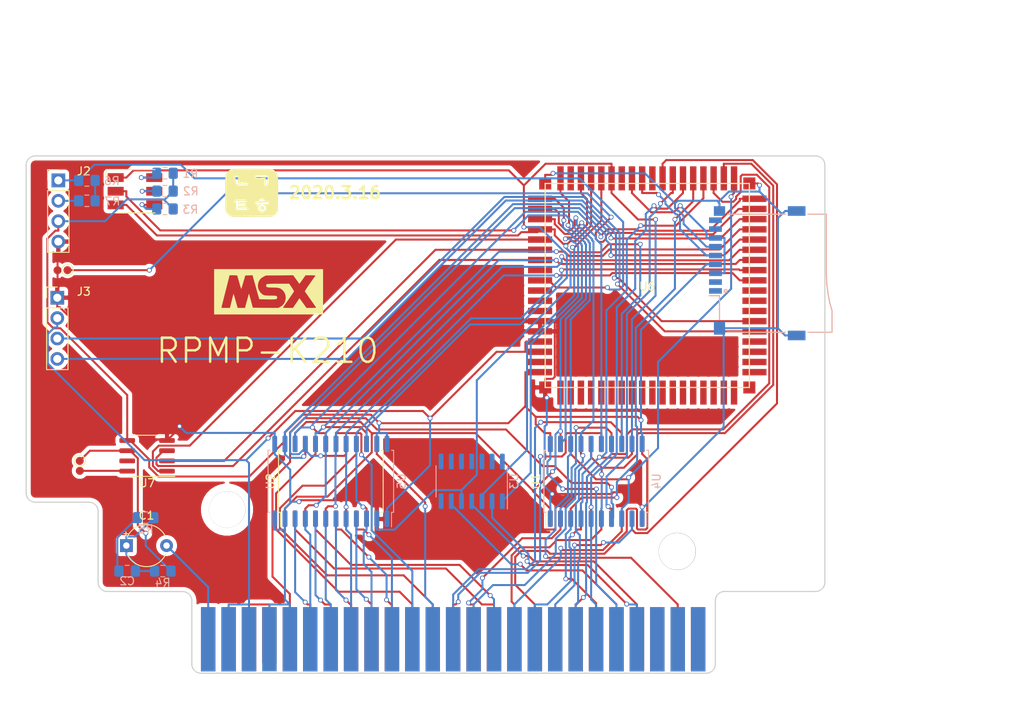
<source format=kicad_pcb>
(kicad_pcb (version 20171130) (host pcbnew 5.1.5+dfsg1-2)
  (layers (0 F.Cu mixed) (31 B.Cu mixed) (34 B.Paste user) (35 F.Paste user) (36 B.SilkS user) (37 F.SilkS user) (38 B.Mask user) (39 F.Mask user) (44 Edge.Cuts user))
  (net 0 "")
  (net 1 /RD3)
  (net 2 /RD4)
  (net 3 /RD6)
  (net 4 /RD7)
  (net 5 /RD0)
  (net 6 /RD1)
  (net 7 /RD2)
  (net 8 /RD5)
  (net 9 /WAIT)
  (net 10 /INT)
  (net 11 /BUSDIR)
  (net 12 /IORQ)
  (net 13 /MREQ)
  (net 14 /WR)
  (net 15 /RD)
  (net 16 /RESET)
  (net 17 /A9)
  (net 18 /A15)
  (net 19 /A11)
  (net 20 /A10)
  (net 21 /A7)
  (net 22 /A6)
  (net 23 /A12)
  (net 24 /A8)
  (net 25 /A14)
  (net 26 /A13)
  (net 27 /A1)
  (net 28 /A0)
  (net 29 /A3)
  (net 30 /A2)
  (net 31 /A5)
  (net 32 /A4)
  (net 33 /D1)
  (net 34 /D0)
  (net 35 /D3)
  (net 36 /D2)
  (net 37 /D5)
  (net 38 /D4)
  (net 39 /D7)
  (net 40 /D6)
  (net 41 /CLK)
  (net 42 "Net-(P1-Pad5)")
  (net 43 "Net-(P1-Pad16)")
  (net 44 /RA8)
  (net 45 /RA11)
  (net 46 /RA15)
  (net 47 /RA12)
  (net 48 /RA13)
  (net 49 /RA14)
  (net 50 "Net-(P1-Pad1)")
  (net 51 "Net-(P1-Pad2)")
  (net 52 "Net-(P1-Pad3)")
  (net 53 /SLTSL)
  (net 54 "Net-(P1-Pad6)")
  (net 55 "Net-(P1-Pad44)")
  (net 56 "Net-(P1-Pad48)")
  (net 57 "Net-(P1-Pad50)")
  (net 58 /M1)
  (net 59 /SOUNDIN)
  (net 60 "Net-(D1-Pad4)")
  (net 61 "Net-(D1-Pad5)")
  (net 62 "Net-(D1-Pad6)")
  (net 63 /DAT_EN)
  (net 64 /DAT_DIR)
  (net 65 /ADDR)
  (net 66 "Net-(C1-Pad1)")
  (net 67 /RA10)
  (net 68 /RA9)
  (net 69 "Net-(C2-Pad1)")
  (net 70 /SDA)
  (net 71 /SCK)
  (net 72 /VCC)
  (net 73 /GND)
  (net 74 /5V0)
  (net 75 "Net-(U6-Pad22)")
  (net 76 "Net-(U6-Pad21)")
  (net 77 "Net-(U6-Pad20)")
  (net 78 "Net-(U6-Pad17)")
  (net 79 "Net-(U6-Pad12)")
  (net 80 "Net-(U6-Pad28)")
  (net 81 "Net-(U6-Pad27)")
  (net 82 /3V3)
  (net 83 /RC19)
  (net 84 /RC17)
  (net 85 /RC21)
  (net 86 /RC23)
  (net 87 /RC24)
  (net 88 "Net-(U6-Pad73)")
  (net 89 "Net-(U6-Pad35)")
  (net 90 "Net-(U6-Pad19)")
  (net 91 "Net-(U6-Pad23)")
  (net 92 "Net-(U6-Pad24)")
  (net 93 "Net-(U6-Pad25)")
  (net 94 "Net-(U6-Pad26)")
  (net 95 "Net-(U6-Pad29)")
  (net 96 "Net-(U6-Pad30)")
  (net 97 "Net-(U6-Pad31)")
  (net 98 "Net-(U6-Pad32)")
  (net 99 "Net-(U6-Pad33)")
  (net 100 "Net-(U6-Pad34)")
  (net 101 "Net-(U6-Pad36)")
  (net 102 /SPI0_MISO)
  (net 103 /SPIO_SCLK)
  (net 104 /SPI0_MOSI)
  (net 105 /SPIO_CS)
  (net 106 /RC20)
  (net 107 "Net-(U6-Pad11)")
  (net 108 "Net-(U6-Pad10)")
  (net 109 /PCM_DATA)
  (net 110 /PCM_WS)
  (net 111 /PCM_RCK)
  (net 112 "Net-(U6-Pad38)")
  (net 113 /BOOT)
  (net 114 /WIFI_EN)
  (net 115 /WIFI_TX)
  (net 116 /WIFI_RX)
  (net 117 /UARTTX)
  (net 118 /UARTRX)
  (net 119 "Net-(U6-Pad40)")
  (net 120 "Net-(U6-Pad39)")
  (net 121 "Net-(U6-Pad37)")
  (net 122 /SND)
  (net 123 "Net-(U7-Pad7)")
  (net 124 "Net-(J1-Pad9)")
  (net 125 "Net-(J1-Pad8)")
  (net 126 "Net-(J1-Pad2)")
  (net 127 "Net-(J1-Pad1)")
  (net 128 /SCL)
  (net 129 /SND0)
  (module Package_SO:SOIC-20W_7.5x12.8mm_P1.27mm (layer B.Cu) (at 175.26 90.17 90)
    (fp_text reference U4 (at 0 7.5 90) (layer B.SilkS) (effects (justify mirror)))
    (fp_text value 74HC244)
    (pad 20 smd roundrect (at 4.65 5.715 90) (size 2.05 0.6) (layers B.Cu B.Paste B.Mask) (net 72 /VCC))
    (pad 19 smd roundrect (at 4.65 4.445 90) (size 2.05 0.6) (layers B.Cu B.Paste B.Mask) (net 63 /DAT_EN))
    (pad 18 smd roundrect (at 4.65 3.175 90) (size 2.05 0.6) (layers B.Cu B.Paste B.Mask) (net 64 /DAT_DIR))
    (pad 17 smd roundrect (at 4.65 1.905 90) (size 2.05 0.6) (layers B.Cu B.Paste B.Mask) (net 15 /RD))
    (pad 16 smd roundrect (at 4.65 0.635 90) (size 2.05 0.6) (layers B.Cu B.Paste B.Mask) (net 87 /RC24))
    (pad 15 smd roundrect (at 4.65 -0.635 90) (size 2.05 0.6) (layers B.Cu B.Paste B.Mask) (net 14 /WR))
    (pad 14 smd roundrect (at 4.65 -1.905 90) (size 2.05 0.6) (layers B.Cu B.Paste B.Mask) (net 86 /RC23))
    (pad 13 smd roundrect (at 4.65 -3.175 90) (size 2.05 0.6) (layers B.Cu B.Paste B.Mask) (net 53 /SLTSL))
    (pad 12 smd roundrect (at 4.65 -4.445 90) (size 2.05 0.6) (layers B.Cu B.Paste B.Mask) (net 85 /RC21))
    (pad 11 smd roundrect (at 4.65 -5.715 90) (size 2.05 0.6) (layers B.Cu B.Paste B.Mask) (net 58 /M1))
    (pad 10 smd roundrect (at -4.65 -5.715 90) (size 2.05 0.6) (layers B.Cu B.Paste B.Mask) (net 73 /GND))
    (pad 9 smd roundrect (at -4.65 -4.445 90) (size 2.05 0.6) (layers B.Cu B.Paste B.Mask) (net 67 /RA10))
    (pad 8 smd roundrect (at -4.65 -3.175 90) (size 2.05 0.6) (layers B.Cu B.Paste B.Mask) (net 13 /MREQ))
    (pad 7 smd roundrect (at -4.65 -1.905 90) (size 2.05 0.6) (layers B.Cu B.Paste B.Mask) (net 45 /RA11))
    (pad 6 smd roundrect (at -4.65 -0.635 90) (size 2.05 0.6) (layers B.Cu B.Paste B.Mask) (net 12 /IORQ))
    (pad 5 smd roundrect (at -4.65 0.635 90) (size 2.05 0.6) (layers B.Cu B.Paste B.Mask) (net 68 /RA9))
    (pad 4 smd roundrect (at -4.65 1.905 90) (size 2.05 0.6) (layers B.Cu B.Paste B.Mask) (net 41 /CLK))
    (pad 3 smd roundrect (at -4.65 3.175 90) (size 2.05 0.6) (layers B.Cu B.Paste B.Mask) (net 44 /RA8))
    (pad 2 smd roundrect (at -4.65 4.445 90) (size 2.05 0.6) (layers B.Cu B.Paste B.Mask) (net 16 /RESET))
    (pad 1 smd roundrect (at -4.65 5.715 90) (size 2.05 0.6) (layers B.Cu B.Paste B.Mask) (net 73 /GND))
  )
  (module Package_SO:SOIC-24W_7.5x15.4mm_P1.27mm (layer B.Cu) (at 142.24 90.17 90)
    (fp_text reference U5 (at 0 8.8 90) (layer B.SilkS) (effects (justify mirror)))
    (fp_text value LVC4245)
    (pad 24 smd roundrect (at 4.65 6.985 90) (size 2.05 0.6) (layers B.Cu B.Paste B.Mask) (net 72 /VCC))
    (pad 23 smd roundrect (at 4.65 5.715 90) (size 2.05 0.6) (layers B.Cu B.Paste B.Mask) (net 72 /VCC))
    (pad 22 smd roundrect (at 4.65 4.445 90) (size 2.05 0.6) (layers B.Cu B.Paste B.Mask) (net 63 /DAT_EN))
    (pad 21 smd roundrect (at 4.65 3.175 90) (size 2.05 0.6) (layers B.Cu B.Paste B.Mask) (net 6 /RD1))
    (pad 20 smd roundrect (at 4.65 1.905 90) (size 2.05 0.6) (layers B.Cu B.Paste B.Mask) (net 5 /RD0))
    (pad 19 smd roundrect (at 4.65 0.635 90) (size 2.05 0.6) (layers B.Cu B.Paste B.Mask) (net 1 /RD3))
    (pad 18 smd roundrect (at 4.65 -0.635 90) (size 2.05 0.6) (layers B.Cu B.Paste B.Mask) (net 7 /RD2))
    (pad 17 smd roundrect (at 4.65 -1.905 90) (size 2.05 0.6) (layers B.Cu B.Paste B.Mask) (net 8 /RD5))
    (pad 16 smd roundrect (at 4.65 -3.175 90) (size 2.05 0.6) (layers B.Cu B.Paste B.Mask) (net 2 /RD4))
    (pad 15 smd roundrect (at 4.65 -4.445 90) (size 2.05 0.6) (layers B.Cu B.Paste B.Mask) (net 4 /RD7))
    (pad 14 smd roundrect (at 4.65 -5.715 90) (size 2.05 0.6) (layers B.Cu B.Paste B.Mask) (net 3 /RD6))
    (pad 13 smd roundrect (at 4.65 -6.985 90) (size 2.05 0.6) (layers B.Cu B.Paste B.Mask) (net 73 /GND))
    (pad 12 smd roundrect (at -4.65 -6.985 90) (size 2.05 0.6) (layers B.Cu B.Paste B.Mask) (net 73 /GND))
    (pad 11 smd roundrect (at -4.65 -5.715 90) (size 2.05 0.6) (layers B.Cu B.Paste B.Mask) (net 73 /GND))
    (pad 10 smd roundrect (at -4.65 -4.445 90) (size 2.05 0.6) (layers B.Cu B.Paste B.Mask) (net 40 /D6))
    (pad 9 smd roundrect (at -4.65 -3.175 90) (size 2.05 0.6) (layers B.Cu B.Paste B.Mask) (net 39 /D7))
    (pad 8 smd roundrect (at -4.65 -1.905 90) (size 2.05 0.6) (layers B.Cu B.Paste B.Mask) (net 38 /D4))
    (pad 7 smd roundrect (at -4.65 -0.635 90) (size 2.05 0.6) (layers B.Cu B.Paste B.Mask) (net 37 /D5))
    (pad 6 smd roundrect (at -4.65 0.635 90) (size 2.05 0.6) (layers B.Cu B.Paste B.Mask) (net 36 /D2))
    (pad 5 smd roundrect (at -4.65 1.905 90) (size 2.05 0.6) (layers B.Cu B.Paste B.Mask) (net 35 /D3))
    (pad 4 smd roundrect (at -4.65 3.175 90) (size 2.05 0.6) (layers B.Cu B.Paste B.Mask) (net 34 /D0))
    (pad 3 smd roundrect (at -4.65 4.445 90) (size 2.05 0.6) (layers B.Cu B.Paste B.Mask) (net 33 /D1))
    (pad 2 smd roundrect (at -4.65 5.715 90) (size 2.05 0.6) (layers B.Cu B.Paste B.Mask) (net 64 /DAT_DIR))
    (pad 1 smd roundrect (at -4.65 6.985 90) (size 2.05 0.6) (layers B.Cu B.Paste B.Mask) (net 74 /5V0))
  )
  (module Package_SO:SOIC-20W_7.5x12.8mm_P1.27mm (layer F.Cu) (at 142.24 90.17 90)
    (fp_text reference U2 (at 0 -7.5 90) (layer F.SilkS))
    (fp_text value 74HC244)
    (pad 20 smd roundrect (at 4.65 -5.715 90) (size 2.05 0.6) (layers F.Cu F.Paste F.Mask) (net 72 /VCC))
    (pad 19 smd roundrect (at 4.65 -4.445 90) (size 2.05 0.6) (layers F.Cu F.Paste F.Mask) (net 65 /ADDR))
    (pad 18 smd roundrect (at 4.65 -3.175 90) (size 2.05 0.6) (layers F.Cu F.Paste F.Mask) (net 3 /RD6))
    (pad 17 smd roundrect (at 4.65 -1.905 90) (size 2.05 0.6) (layers F.Cu F.Paste F.Mask) (net 30 /A2))
    (pad 16 smd roundrect (at 4.65 -0.635 90) (size 2.05 0.6) (layers F.Cu F.Paste F.Mask) (net 4 /RD7))
    (pad 15 smd roundrect (at 4.65 0.635 90) (size 2.05 0.6) (layers F.Cu F.Paste F.Mask) (net 29 /A3))
    (pad 14 smd roundrect (at 4.65 1.905 90) (size 2.05 0.6) (layers F.Cu F.Paste F.Mask) (net 2 /RD4))
    (pad 13 smd roundrect (at 4.65 3.175 90) (size 2.05 0.6) (layers F.Cu F.Paste F.Mask) (net 28 /A0))
    (pad 12 smd roundrect (at 4.65 4.445 90) (size 2.05 0.6) (layers F.Cu F.Paste F.Mask) (net 8 /RD5))
    (pad 11 smd roundrect (at 4.65 5.715 90) (size 2.05 0.6) (layers F.Cu F.Paste F.Mask) (net 27 /A1))
    (pad 10 smd roundrect (at -4.65 5.715 90) (size 2.05 0.6) (layers F.Cu F.Paste F.Mask) (net 73 /GND))
    (pad 9 smd roundrect (at -4.65 4.445 90) (size 2.05 0.6) (layers F.Cu F.Paste F.Mask) (net 6 /RD1))
    (pad 8 smd roundrect (at -4.65 3.175 90) (size 2.05 0.6) (layers F.Cu F.Paste F.Mask) (net 31 /A5))
    (pad 7 smd roundrect (at -4.65 1.905 90) (size 2.05 0.6) (layers F.Cu F.Paste F.Mask) (net 5 /RD0))
    (pad 6 smd roundrect (at -4.65 0.635 90) (size 2.05 0.6) (layers F.Cu F.Paste F.Mask) (net 32 /A4))
    (pad 5 smd roundrect (at -4.65 -0.635 90) (size 2.05 0.6) (layers F.Cu F.Paste F.Mask) (net 1 /RD3))
    (pad 4 smd roundrect (at -4.65 -1.905 90) (size 2.05 0.6) (layers F.Cu F.Paste F.Mask) (net 21 /A7))
    (pad 3 smd roundrect (at -4.65 -3.175 90) (size 2.05 0.6) (layers F.Cu F.Paste F.Mask) (net 7 /RD2))
    (pad 2 smd roundrect (at -4.65 -4.445 90) (size 2.05 0.6) (layers F.Cu F.Paste F.Mask) (net 22 /A6))
    (pad 1 smd roundrect (at -4.65 -5.715 90) (size 2.05 0.6) (layers F.Cu F.Paste F.Mask) (net 65 /ADDR))
  )
  (module Package_SO:SOIC-20W_7.5x12.8mm_P1.27mm (layer F.Cu) (at 175.26 90.17 90)
    (fp_text reference U1 (at 0 -7.5 90) (layer F.SilkS))
    (fp_text value 74HC244)
    (pad 20 smd roundrect (at 4.65 -5.715 90) (size 2.05 0.6) (layers F.Cu F.Paste F.Mask) (net 72 /VCC))
    (pad 19 smd roundrect (at 4.65 -4.445 90) (size 2.05 0.6) (layers F.Cu F.Paste F.Mask) (net 65 /ADDR))
    (pad 18 smd roundrect (at 4.65 -3.175 90) (size 2.05 0.6) (layers F.Cu F.Paste F.Mask) (net 44 /RA8))
    (pad 17 smd roundrect (at 4.65 -1.905 90) (size 2.05 0.6) (layers F.Cu F.Paste F.Mask) (net 23 /A12))
    (pad 16 smd roundrect (at 4.65 -0.635 90) (size 2.05 0.6) (layers F.Cu F.Paste F.Mask) (net 68 /RA9))
    (pad 15 smd roundrect (at 4.65 0.635 90) (size 2.05 0.6) (layers F.Cu F.Paste F.Mask) (net 26 /A13))
    (pad 14 smd roundrect (at 4.65 1.905 90) (size 2.05 0.6) (layers F.Cu F.Paste F.Mask) (net 67 /RA10))
    (pad 13 smd roundrect (at 4.65 3.175 90) (size 2.05 0.6) (layers F.Cu F.Paste F.Mask) (net 25 /A14))
    (pad 12 smd roundrect (at 4.65 4.445 90) (size 2.05 0.6) (layers F.Cu F.Paste F.Mask) (net 45 /RA11))
    (pad 11 smd roundrect (at 4.65 5.715 90) (size 2.05 0.6) (layers F.Cu F.Paste F.Mask) (net 18 /A15))
    (pad 10 smd roundrect (at -4.65 5.715 90) (size 2.05 0.6) (layers F.Cu F.Paste F.Mask) (net 73 /GND))
    (pad 9 smd roundrect (at -4.65 4.445 90) (size 2.05 0.6) (layers F.Cu F.Paste F.Mask) (net 46 /RA15))
    (pad 8 smd roundrect (at -4.65 3.175 90) (size 2.05 0.6) (layers F.Cu F.Paste F.Mask) (net 19 /A11))
    (pad 7 smd roundrect (at -4.65 1.905 90) (size 2.05 0.6) (layers F.Cu F.Paste F.Mask) (net 49 /RA14))
    (pad 6 smd roundrect (at -4.65 0.635 90) (size 2.05 0.6) (layers F.Cu F.Paste F.Mask) (net 20 /A10))
    (pad 5 smd roundrect (at -4.65 -0.635 90) (size 2.05 0.6) (layers F.Cu F.Paste F.Mask) (net 48 /RA13))
    (pad 4 smd roundrect (at -4.65 -1.905 90) (size 2.05 0.6) (layers F.Cu F.Paste F.Mask) (net 17 /A9))
    (pad 3 smd roundrect (at -4.65 -3.175 90) (size 2.05 0.6) (layers F.Cu F.Paste F.Mask) (net 47 /RA12))
    (pad 2 smd roundrect (at -4.65 -4.445 90) (size 2.05 0.6) (layers F.Cu F.Paste F.Mask) (net 24 /A8))
    (pad 1 smd roundrect (at -4.65 -5.715 90) (size 2.05 0.6) (layers F.Cu F.Paste F.Mask) (net 65 /ADDR))
  )
  (module Connector_PinHeader_2.54mm:PinHeader_1x04_P2.54mm_Vertical (layer F.Cu) (at 108.331 52.705)
    (fp_text reference J2 (at 3.175 -1.143) (layer F.SilkS))
    (fp_text value Conn_01x04)
    (pad 4 thru_hole oval (at 0 7.62) (size 1.7 1.7) (drill 1) (layers *.Cu *.Mask) (net 73 /GND))
    (pad 3 thru_hole oval (at 0 5.08) (size 1.7 1.7) (drill 1) (layers *.Cu *.Mask) (net 72 /VCC))
    (pad 2 thru_hole oval (at 0 2.54) (size 1.7 1.7) (drill 1) (layers *.Cu *.Mask) (net 71 /SCK))
    (pad 1 thru_hole rect (at 0 0) (size 1.7 1.7) (drill 1) (layers *.Cu *.Mask) (net 70 /SDA))
  )
  (module Capacitor_SMD:C_0805_2012Metric_Pad1.15x1.40mm_HandSolder (layer B.Cu) (at 116.901 101.346)
    (fp_text reference C2 (at 0 1.25) (layer B.SilkS) (effects (justify mirror)))
    (fp_text value C)
    (pad 2 smd roundrect (at 1.025 0) (size 1.15 1.4) (layers B.Cu B.Paste B.Mask) (roundrect_rratio 0.217391) (net 66 "Net-(C1-Pad1)"))
    (pad 1 smd roundrect (at -1.025 0) (size 1.15 1.4) (layers B.Cu B.Paste B.Mask) (roundrect_rratio 0.217391) (net 69 "Net-(C2-Pad1)"))
  )
  (module Resistor_SMD:R_0805_2012Metric_Pad1.15x1.40mm_HandSolder (layer B.Cu) (at 121.602 51.816)
    (fp_text reference R1 (at 3.1628 0.0508) (layer B.SilkS) (effects (justify mirror)))
    (fp_text value R)
    (pad 2 smd roundrect (at 1.025 0) (size 1.15 1.4) (layers B.Cu B.Paste B.Mask) (roundrect_rratio 0.217391) (net 72 /VCC))
    (pad 1 smd roundrect (at -1.025 0) (size 1.15 1.4) (layers B.Cu B.Paste B.Mask) (roundrect_rratio 0.217391) (net 62 "Net-(D1-Pad6)"))
  )
  (module Resistor_SMD:R_0805_2012Metric_Pad1.15x1.40mm_HandSolder (layer B.Cu) (at 121.602 54.0385)
    (fp_text reference R2 (at 3.2136 0.0127) (layer B.SilkS) (effects (justify mirror)))
    (fp_text value R)
    (pad 2 smd roundrect (at 1.025 0) (size 1.15 1.4) (layers B.Cu B.Paste B.Mask) (roundrect_rratio 0.217391) (net 72 /VCC))
    (pad 1 smd roundrect (at -1.025 0) (size 1.15 1.4) (layers B.Cu B.Paste B.Mask) (roundrect_rratio 0.217391) (net 61 "Net-(D1-Pad5)"))
  )
  (module Resistor_SMD:R_0805_2012Metric_Pad1.15x1.40mm_HandSolder (layer B.Cu) (at 121.602 56.261)
    (fp_text reference R3 (at 3.1628 0.0762) (layer B.SilkS) (effects (justify mirror)))
    (fp_text value R)
    (pad 2 smd roundrect (at 1.025 0) (size 1.15 1.4) (layers B.Cu B.Paste B.Mask) (roundrect_rratio 0.217391) (net 72 /VCC))
    (pad 1 smd roundrect (at -1.025 0) (size 1.15 1.4) (layers B.Cu B.Paste B.Mask) (roundrect_rratio 0.217391) (net 60 "Net-(D1-Pad4)"))
  )
  (module Resistor_SMD:R_0805_2012Metric_Pad1.15x1.40mm_HandSolder (layer B.Cu) (at 121.328 101.346)
    (fp_text reference R4 (at 0 1.45) (layer B.SilkS) (effects (justify mirror)))
    (fp_text value R)
    (pad 2 smd roundrect (at 1.025 0) (size 1.15 1.4) (layers B.Cu B.Paste B.Mask) (roundrect_rratio 0.217391) (net 122 /SND))
    (pad 1 smd roundrect (at -1.025 0) (size 1.15 1.4) (layers B.Cu B.Paste B.Mask) (roundrect_rratio 0.217391) (net 66 "Net-(C1-Pad1)"))
  )
  (module Resistor_SMD:R_0805_2012Metric_Pad1.15x1.40mm_HandSolder (layer B.Cu) (at 119.202 94.6912)
    (fp_text reference R5 (at 0 1.45) (layer B.SilkS) (effects (justify mirror)))
    (fp_text value R)
    (pad 2 smd roundrect (at 1.025 0) (size 1.15 1.4) (layers B.Cu B.Paste B.Mask) (roundrect_rratio 0.217391) (net 66 "Net-(C1-Pad1)"))
    (pad 1 smd roundrect (at -1.025 0) (size 1.15 1.4) (layers B.Cu B.Paste B.Mask) (roundrect_rratio 0.217391) (net 69 "Net-(C2-Pad1)"))
  )
  (module MSX:card_edge_connector (layer F.Cu) (at 156.2 106.68)
    (fp_text reference P1 hide)
    (fp_text value CONN_02X25)
    (pad "" np_thru_hole circle (at 29.12364 -7.78256) (size 4.5 4.5) (drill 4.5) (layers *.Cu *.Mask F.SilkS) (clearance 1))
    (pad 1 connect rect (at 31.73984 3.14744) (size 1.8 8) (layers B.Cu B.Mask) (net 50 "Net-(P1-Pad1)"))
    (pad 2 connect rect (at 31.73984 3.14744) (size 1.8 8) (layers F.Cu F.Mask) (net 51 "Net-(P1-Pad2)"))
    (pad 3 connect rect (at 29.19984 3.14744) (size 1.8 8) (layers B.Cu B.Mask) (net 52 "Net-(P1-Pad3)"))
    (pad 4 connect rect (at 29.19984 3.14744) (size 1.8 8) (layers F.Cu F.Mask) (net 53 /SLTSL))
    (pad 5 connect rect (at 26.65984 3.14744) (size 1.8 8) (layers B.Cu B.Mask) (net 42 "Net-(P1-Pad5)"))
    (pad 6 connect rect (at 26.65984 3.14744) (size 1.8 8) (layers F.Cu F.Mask) (net 54 "Net-(P1-Pad6)"))
    (pad 7 connect rect (at 24.11984 3.14744) (size 1.8 8) (layers B.Cu B.Mask) (net 9 /WAIT))
    (pad 8 connect rect (at 24.11984 3.14744) (size 1.8 8) (layers F.Cu F.Mask) (net 10 /INT))
    (pad 9 connect rect (at 21.57984 3.14744) (size 1.8 8) (layers B.Cu B.Mask) (net 58 /M1))
    (pad 10 connect rect (at 21.57984 3.14744) (size 1.8 8) (layers F.Cu F.Mask) (net 11 /BUSDIR))
    (pad 11 connect rect (at 19.03984 3.14744) (size 1.8 8) (layers B.Cu B.Mask) (net 12 /IORQ))
    (pad 12 connect rect (at 19.03984 3.14744) (size 1.8 8) (layers F.Cu F.Mask) (net 13 /MREQ))
    (pad 13 connect rect (at 16.49984 3.14744) (size 1.8 8) (layers B.Cu B.Mask) (net 14 /WR))
    (pad 14 connect rect (at 16.49984 3.14744) (size 1.8 8) (layers F.Cu F.Mask) (net 15 /RD))
    (pad 15 connect rect (at 13.95984 3.14744) (size 1.8 8) (layers B.Cu B.Mask) (net 16 /RESET))
    (pad 16 connect rect (at 13.95984 3.14744) (size 1.8 8) (layers F.Cu F.Mask) (net 43 "Net-(P1-Pad16)"))
    (pad 17 connect rect (at 11.41984 3.14744) (size 1.8 8) (layers B.Cu B.Mask) (net 17 /A9))
    (pad 18 connect rect (at 11.41984 3.14744) (size 1.8 8) (layers F.Cu F.Mask) (net 18 /A15))
    (pad 19 connect rect (at 8.87984 3.14744) (size 1.8 8) (layers B.Cu B.Mask) (net 19 /A11))
    (pad 20 connect rect (at 8.87984 3.14744) (size 1.8 8) (layers F.Cu F.Mask) (net 20 /A10))
    (pad 21 connect rect (at 6.33984 3.14744) (size 1.8 8) (layers B.Cu B.Mask) (net 21 /A7))
    (pad 22 connect rect (at 6.33984 3.14744) (size 1.8 8) (layers F.Cu F.Mask) (net 22 /A6))
    (pad 23 connect rect (at 3.79984 3.14744) (size 1.8 8) (layers B.Cu B.Mask) (net 23 /A12))
    (pad 24 connect rect (at 3.79984 3.14744) (size 1.8 8) (layers F.Cu F.Mask) (net 24 /A8))
    (pad 25 connect rect (at 1.25984 3.14744) (size 1.8 8) (layers B.Cu B.Mask) (net 25 /A14))
    (pad 26 connect rect (at 1.25984 3.14744) (size 1.8 8) (layers F.Cu F.Mask) (net 26 /A13))
    (pad 27 connect rect (at -1.28016 3.14744) (size 1.8 8) (layers B.Cu B.Mask) (net 27 /A1))
    (pad 28 connect rect (at -1.28016 3.14744) (size 1.8 8) (layers F.Cu F.Mask) (net 28 /A0))
    (pad 29 connect rect (at -3.82016 3.14744) (size 1.8 8) (layers B.Cu B.Mask) (net 29 /A3))
    (pad 30 connect rect (at -3.82016 3.14744) (size 1.8 8) (layers F.Cu F.Mask) (net 30 /A2))
    (pad 31 connect rect (at -6.36016 3.14744) (size 1.8 8) (layers B.Cu B.Mask) (net 31 /A5))
    (pad 32 connect rect (at -6.36016 3.14744) (size 1.8 8) (layers F.Cu F.Mask) (net 32 /A4))
    (pad 33 connect rect (at -8.90016 3.14744) (size 1.8 8) (layers B.Cu B.Mask) (net 33 /D1))
    (pad 34 connect rect (at -8.90016 3.14744) (size 1.8 8) (layers F.Cu F.Mask) (net 34 /D0))
    (pad 35 connect rect (at -11.44016 3.14744) (size 1.8 8) (layers B.Cu B.Mask) (net 35 /D3))
    (pad 36 connect rect (at -11.44016 3.14744) (size 1.8 8) (layers F.Cu F.Mask) (net 36 /D2))
    (pad 37 connect rect (at -13.98016 3.14744) (size 1.8 8) (layers B.Cu B.Mask) (net 37 /D5))
    (pad 38 connect rect (at -13.98016 3.14744) (size 1.8 8) (layers F.Cu F.Mask) (net 38 /D4))
    (pad 39 connect rect (at -16.52016 3.14744) (size 1.8 8) (layers B.Cu B.Mask) (net 39 /D7))
    (pad 40 connect rect (at -16.52016 3.14744) (size 1.8 8) (layers F.Cu F.Mask) (net 40 /D6))
    (pad 41 connect rect (at -19.06016 3.14744) (size 1.8 8) (layers B.Cu B.Mask) (net 73 /GND))
    (pad 42 connect rect (at -19.06016 3.14744) (size 1.8 8) (layers F.Cu F.Mask) (net 41 /CLK))
    (pad 43 connect rect (at -21.60016 3.14744) (size 1.8 8) (layers B.Cu B.Mask) (net 73 /GND))
    (pad 44 connect rect (at -21.60524 2.65468) (size 1.8 7) (layers F.Cu F.Mask) (net 55 "Net-(P1-Pad44)"))
    (pad 45 connect rect (at -24.14016 3.14744) (size 1.8 8) (layers B.Cu B.Mask) (net 74 /5V0))
    (pad 46 connect rect (at -24.14016 3.14744) (size 1.8 8) (layers F.Cu F.Mask) (net 55 "Net-(P1-Pad44)"))
    (pad 47 connect rect (at -26.68016 3.14744) (size 1.8 8) (layers B.Cu B.Mask) (net 74 /5V0))
    (pad 48 connect rect (at -26.68016 3.14744) (size 1.8 8) (layers F.Cu F.Mask) (net 56 "Net-(P1-Pad48)"))
    (pad 49 connect rect (at -29.22016 3.14744) (size 1.8 8) (layers B.Cu B.Mask) (net 59 /SOUNDIN))
    (pad 50 connect rect (at -29.22016 3.14744) (size 1.8 8) (layers F.Cu F.Mask) (net 57 "Net-(P1-Pad50)"))
    (pad "" np_thru_hole circle (at -26.87574 -12.98448) (size 4.5 4.5) (drill 4.5) (layers *.Cu *.Mask F.SilkS) (clearance 1))
  )
  (module LEDs:LED_RGB_5050-6 (layer F.Cu) (at 117.869 54.053)
    (fp_text reference D1 hide)
    (fp_text value LED_RGB)
    (pad 1 smd rect (at -2.4 -1.7 90) (size 1.1 2) (layers F.Cu F.Paste F.Mask) (net 63 /DAT_EN))
    (pad 2 smd rect (at -2.4 0 90) (size 1.1 2) (layers F.Cu F.Paste F.Mask) (net 53 /SLTSL))
    (pad 3 smd rect (at -2.4 1.7 90) (size 1.1 2) (layers F.Cu F.Paste F.Mask) (net 64 /DAT_DIR))
    (pad 4 smd rect (at 2.4 1.7 90) (size 1.1 2) (layers F.Cu F.Paste F.Mask) (net 60 "Net-(D1-Pad4)"))
    (pad 5 smd rect (at 2.4 0 90) (size 1.1 2) (layers F.Cu F.Paste F.Mask) (net 61 "Net-(D1-Pad5)"))
    (pad 6 smd rect (at 2.4 -1.7 90) (size 1.1 2) (layers F.Cu F.Paste F.Mask) (net 62 "Net-(D1-Pad6)"))
  )
  (module MSX:LOGO (layer F.Cu) (at 134.493 66.548)
    (fp_text reference G2 hide)
    (fp_text value LOGO hide)
  )
  (module MSX:srxg10 (layer F.Cu) (at 132.334 54.61)
    (fp_text reference G1 hide)
    (fp_text value LOGO hide)
  )
  (module Package_SO:SOIC-14_3.9x8.7mm_P1.27mm (layer B.Cu) (at 159.766 90.17 90)
    (fp_text reference U3 (at 0 5.28 90) (layer B.SilkS) (effects (justify mirror)))
    (fp_text value 74LS07)
    (pad 1 smd roundrect (at -2.475 3.81 90) (size 1.95 0.6) (layers B.Cu B.Paste B.Mask) (net 83 /RC19))
    (pad 2 smd roundrect (at -2.475 2.54 90) (size 1.95 0.6) (layers B.Cu B.Paste B.Mask) (net 9 /WAIT))
    (pad 3 smd roundrect (at -2.475 1.27 90) (size 1.95 0.6) (layers B.Cu B.Paste B.Mask) (net 84 /RC17))
    (pad 4 smd roundrect (at -2.475 0 90) (size 1.95 0.6) (layers B.Cu B.Paste B.Mask) (net 10 /INT))
    (pad 5 smd roundrect (at -2.475 -1.27 90) (size 1.95 0.6) (layers B.Cu B.Paste B.Mask) (net 64 /DAT_DIR))
    (pad 6 smd roundrect (at -2.475 -2.54 90) (size 1.95 0.6) (layers B.Cu B.Paste B.Mask) (net 11 /BUSDIR))
    (pad 7 smd roundrect (at -2.475 -3.81 90) (size 1.95 0.6) (layers B.Cu B.Paste B.Mask))
    (pad 8 smd roundrect (at 2.475 -3.81 90) (size 1.95 0.6) (layers B.Cu B.Paste B.Mask))
    (pad 9 smd roundrect (at 2.475 -2.54 90) (size 1.95 0.6) (layers B.Cu B.Paste B.Mask))
    (pad 10 smd roundrect (at 2.475 -1.27 90) (size 1.95 0.6) (layers B.Cu B.Paste B.Mask))
    (pad 11 smd roundrect (at 2.475 0 90) (size 1.95 0.6) (layers B.Cu B.Paste B.Mask))
    (pad 12 smd roundrect (at 2.475 1.27 90) (size 1.95 0.6) (layers B.Cu B.Paste B.Mask))
    (pad 13 smd roundrect (at 2.475 2.54 90) (size 1.95 0.6) (layers B.Cu B.Paste B.Mask))
    (pad 14 smd roundrect (at 2.475 3.81 90) (size 1.95 0.6) (layers B.Cu B.Paste B.Mask))
  )
  (module Capacitor_THT:CP_Radial_Tantal_D5.0mm_P5.00mm (layer F.Cu) (at 116.802 98.171)
    (fp_text reference C1 (at 2.5 -3.75) (layer F.SilkS))
    (fp_text value CP)
    (pad 1 thru_hole rect (at 0 0) (size 1.6 1.6) (drill 0.8) (layers *.Cu *.Mask) (net 66 "Net-(C1-Pad1)"))
    (pad 2 thru_hole circle (at 5 0) (size 1.6 1.6) (drill 0.8) (layers *.Cu *.Mask) (net 59 /SOUNDIN))
  )
  (module Resistor_SMD:R_0805_2012Metric_Pad1.15x1.40mm_HandSolder (layer B.Cu) (at 111.887 52.705 180)
    (fp_text reference R6 (at -3.1115 -0.0635) (layer B.SilkS) (effects (justify mirror)))
    (fp_text value R)
    (pad 2 smd roundrect (at 1.025 0 180) (size 1.15 1.4) (layers B.Cu B.Paste B.Mask) (roundrect_rratio 0.217391) (net 70 /SDA))
    (pad 1 smd roundrect (at -1.025 0 180) (size 1.15 1.4) (layers B.Cu B.Paste B.Mask) (roundrect_rratio 0.217391) (net 82 /3V3))
  )
  (module Resistor_SMD:R_0805_2012Metric_Pad1.15x1.40mm_HandSolder (layer B.Cu) (at 111.887 55.245 180)
    (fp_text reference R7 (at -3.175 -0.0635) (layer B.SilkS) (effects (justify mirror)))
    (fp_text value R)
    (pad 1 smd roundrect (at -1.025 0 180) (size 1.15 1.4) (layers B.Cu B.Paste B.Mask) (roundrect_rratio 0.217391) (net 82 /3V3))
    (pad 2 smd roundrect (at 1.025 0 180) (size 1.15 1.4) (layers B.Cu B.Paste B.Mask) (roundrect_rratio 0.217391) (net 71 /SCK))
  )
  (module MSX:sipeed_m1 (layer F.Cu) (at 181.61 65.786 180)
    (fp_text reference U6 (at 0 -0.127 180) (layer F.SilkS))
    (fp_text value sipeed_m1)
    (pad 74 smd rect (at 12.7 12.7 180) (size 1.5 1.5) (layers F.Cu F.Paste F.Mask) (net 73 /GND))
    (pad 74 smd rect (at -12.7 12.7 180) (size 1.5 1.5) (layers F.Cu F.Paste F.Mask) (net 73 /GND))
    (pad 73 smd rect (at -12.7 -12.7 180) (size 1.5 1.5) (layers F.Cu F.Paste F.Mask) (net 88 "Net-(U6-Pad73)"))
    (pad 35 smd rect (at -9.525 -13.335 270) (size 3 0.8) (layers F.Cu F.Paste F.Mask) (net 89 "Net-(U6-Pad35)"))
    (pad 19 smd rect (at 10.795 -13.335 270) (size 3 0.8) (layers F.Cu F.Paste F.Mask) (net 90 "Net-(U6-Pad19)"))
    (pad 20 smd rect (at 9.525 -13.335 270) (size 3 0.8) (layers F.Cu F.Paste F.Mask) (net 77 "Net-(U6-Pad20)"))
    (pad 21 smd rect (at 8.255 -13.335 270) (size 3 0.8) (layers F.Cu F.Paste F.Mask) (net 76 "Net-(U6-Pad21)"))
    (pad 22 smd rect (at 6.985 -13.335 270) (size 3 0.8) (layers F.Cu F.Paste F.Mask) (net 75 "Net-(U6-Pad22)"))
    (pad 23 smd rect (at 5.715 -13.335 270) (size 3 0.8) (layers F.Cu F.Paste F.Mask) (net 91 "Net-(U6-Pad23)"))
    (pad 24 smd rect (at 4.445 -13.335 270) (size 3 0.8) (layers F.Cu F.Paste F.Mask) (net 92 "Net-(U6-Pad24)"))
    (pad 25 smd rect (at 3.175 -13.335 270) (size 3 0.8) (layers F.Cu F.Paste F.Mask) (net 93 "Net-(U6-Pad25)"))
    (pad 26 smd rect (at 1.905 -13.335 270) (size 3 0.8) (layers F.Cu F.Paste F.Mask) (net 94 "Net-(U6-Pad26)"))
    (pad 27 smd rect (at 0.635 -13.335 270) (size 3 0.8) (layers F.Cu F.Paste F.Mask) (net 81 "Net-(U6-Pad27)"))
    (pad 28 smd rect (at -0.635 -13.335 270) (size 3 0.8) (layers F.Cu F.Paste F.Mask) (net 80 "Net-(U6-Pad28)"))
    (pad 29 smd rect (at -1.905 -13.335 270) (size 3 0.8) (layers F.Cu F.Paste F.Mask) (net 95 "Net-(U6-Pad29)"))
    (pad 30 smd rect (at -3.175 -13.335 270) (size 3 0.8) (layers F.Cu F.Paste F.Mask) (net 96 "Net-(U6-Pad30)"))
    (pad 31 smd rect (at -4.445 -13.335 270) (size 3 0.8) (layers F.Cu F.Paste F.Mask) (net 97 "Net-(U6-Pad31)"))
    (pad 32 smd rect (at -5.715 -13.335 270) (size 3 0.8) (layers F.Cu F.Paste F.Mask) (net 98 "Net-(U6-Pad32)"))
    (pad 33 smd rect (at -6.985 -13.335 270) (size 3 0.8) (layers F.Cu F.Paste F.Mask) (net 99 "Net-(U6-Pad33)"))
    (pad 34 smd rect (at -8.255 -13.335 270) (size 3 0.8) (layers F.Cu F.Paste F.Mask) (net 100 "Net-(U6-Pad34)"))
    (pad 36 smd rect (at -10.795 -13.335 270) (size 3 0.8) (layers F.Cu F.Paste F.Mask) (net 101 "Net-(U6-Pad36)"))
    (pad 55 smd rect (at -10.795 13.335 270) (size 3 0.8) (layers F.Cu F.Paste F.Mask) (net 44 /RA8))
    (pad 57 smd rect (at -8.255 13.335 270) (size 3 0.8) (layers F.Cu F.Paste F.Mask) (net 67 /RA10))
    (pad 58 smd rect (at -6.985 13.335 270) (size 3 0.8) (layers F.Cu F.Paste F.Mask) (net 45 /RA11))
    (pad 59 smd rect (at -5.715 13.335 270) (size 3 0.8) (layers F.Cu F.Paste F.Mask) (net 47 /RA12))
    (pad 60 smd rect (at -4.445 13.335 270) (size 3 0.8) (layers F.Cu F.Paste F.Mask) (net 48 /RA13))
    (pad 61 smd rect (at -3.175 13.335 270) (size 3 0.8) (layers F.Cu F.Paste F.Mask) (net 49 /RA14))
    (pad 62 smd rect (at -1.905 13.335 270) (size 3 0.8) (layers F.Cu F.Paste F.Mask) (net 46 /RA15))
    (pad 63 smd rect (at -0.635 13.335 270) (size 3 0.8) (layers F.Cu F.Paste F.Mask) (net 102 /SPI0_MISO))
    (pad 64 smd rect (at 0.635 13.335 270) (size 3 0.8) (layers F.Cu F.Paste F.Mask) (net 103 /SPIO_SCLK))
    (pad 65 smd rect (at 1.905 13.335 270) (size 3 0.8) (layers F.Cu F.Paste F.Mask) (net 104 /SPI0_MOSI))
    (pad 66 smd rect (at 3.175 13.335 270) (size 3 0.8) (layers F.Cu F.Paste F.Mask) (net 105 /SPIO_CS))
    (pad 67 smd rect (at 4.445 13.335 270) (size 3 0.8) (layers F.Cu F.Paste F.Mask) (net 63 /DAT_EN))
    (pad 68 smd rect (at 5.715 13.335 270) (size 3 0.8) (layers F.Cu F.Paste F.Mask) (net 84 /RC17))
    (pad 69 smd rect (at 6.985 13.335 270) (size 3 0.8) (layers F.Cu F.Paste F.Mask) (net 64 /DAT_DIR))
    (pad 70 smd rect (at 8.255 13.335 270) (size 3 0.8) (layers F.Cu F.Paste F.Mask) (net 83 /RC19))
    (pad 71 smd rect (at 9.525 13.335 270) (size 3 0.8) (layers F.Cu F.Paste F.Mask) (net 106 /RC20))
    (pad 72 smd rect (at 10.795 13.335 270) (size 3 0.8) (layers F.Cu F.Paste F.Mask) (net 85 /RC21))
    (pad 56 smd rect (at -9.525 13.335 270) (size 3 0.8) (layers F.Cu F.Paste F.Mask) (net 68 /RA9))
    (pad 18 smd rect (at 13.335 -10.795 180) (size 3 0.8) (layers F.Cu F.Paste F.Mask) (net 72 /VCC))
    (pad 16 smd rect (at 13.335 -8.255 180) (size 3 0.8) (layers F.Cu F.Paste F.Mask) (net 74 /5V0))
    (pad 15 smd rect (at 13.335 -6.985 180) (size 3 0.8) (layers F.Cu F.Paste F.Mask) (net 74 /5V0))
    (pad 14 smd rect (at 13.335 -5.715 180) (size 3 0.8) (layers F.Cu F.Paste F.Mask) (net 73 /GND))
    (pad 13 smd rect (at 13.335 -4.445 180) (size 3 0.8) (layers F.Cu F.Paste F.Mask) (net 73 /GND))
    (pad 12 smd rect (at 13.335 -3.175 180) (size 3 0.8) (layers F.Cu F.Paste F.Mask) (net 79 "Net-(U6-Pad12)"))
    (pad 11 smd rect (at 13.335 -1.905 180) (size 3 0.8) (layers F.Cu F.Paste F.Mask) (net 107 "Net-(U6-Pad11)"))
    (pad 10 smd rect (at 13.335 -0.635 180) (size 3 0.8) (layers F.Cu F.Paste F.Mask) (net 108 "Net-(U6-Pad10)"))
    (pad 9 smd rect (at 13.335 0.635 180) (size 3 0.8) (layers F.Cu F.Paste F.Mask) (net 70 /SDA))
    (pad 8 smd rect (at 13.335 1.905 180) (size 3 0.8) (layers F.Cu F.Paste F.Mask) (net 128 /SCL))
    (pad 7 smd rect (at 13.335 3.175 180) (size 3 0.8) (layers F.Cu F.Paste F.Mask) (net 109 /PCM_DATA))
    (pad 6 smd rect (at 13.335 4.445 180) (size 3 0.8) (layers F.Cu F.Paste F.Mask) (net 110 /PCM_WS))
    (pad 5 smd rect (at 13.335 5.715 180) (size 3 0.8) (layers F.Cu F.Paste F.Mask) (net 111 /PCM_RCK))
    (pad 4 smd rect (at 13.335 6.985 180) (size 3 0.8) (layers F.Cu F.Paste F.Mask) (net 64 /DAT_DIR))
    (pad 3 smd rect (at 13.335 8.255 180) (size 3 0.8) (layers F.Cu F.Paste F.Mask) (net 87 /RC24))
    (pad 2 smd rect (at 13.335 9.525 180) (size 3 0.8) (layers F.Cu F.Paste F.Mask) (net 86 /RC23))
    (pad 1 smd rect (at 13.335 10.795 180) (size 3 0.8) (layers F.Cu F.Paste F.Mask) (net 65 /ADDR))
    (pad 17 smd rect (at 13.335 -9.525 180) (size 3 0.8) (layers F.Cu F.Paste F.Mask) (net 78 "Net-(U6-Pad17)"))
    (pad 38 smd rect (at -13.335 -9.525 180) (size 3 0.8) (layers F.Cu F.Paste F.Mask) (net 112 "Net-(U6-Pad38)"))
    (pad 53 smd rect (at -13.335 9.525 180) (size 3 0.8) (layers F.Cu F.Paste F.Mask) (net 113 /BOOT))
    (pad 52 smd rect (at -13.335 8.255 180) (size 3 0.8) (layers F.Cu F.Paste F.Mask) (net 3 /RD6))
    (pad 51 smd rect (at -13.335 6.985 180) (size 3 0.8) (layers F.Cu F.Paste F.Mask) (net 8 /RD5))
    (pad 50 smd rect (at -13.335 5.715 180) (size 3 0.8) (layers F.Cu F.Paste F.Mask) (net 2 /RD4))
    (pad 49 smd rect (at -13.335 4.445 180) (size 3 0.8) (layers F.Cu F.Paste F.Mask) (net 1 /RD3))
    (pad 48 smd rect (at -13.335 3.175 180) (size 3 0.8) (layers F.Cu F.Paste F.Mask) (net 7 /RD2))
    (pad 47 smd rect (at -13.335 1.905 180) (size 3 0.8) (layers F.Cu F.Paste F.Mask) (net 6 /RD1))
    (pad 46 smd rect (at -13.335 0.635 180) (size 3 0.8) (layers F.Cu F.Paste F.Mask) (net 5 /RD0))
    (pad 45 smd rect (at -13.335 -0.635 180) (size 3 0.8) (layers F.Cu F.Paste F.Mask) (net 114 /WIFI_EN))
    (pad 44 smd rect (at -13.335 -1.905 180) (size 3 0.8) (layers F.Cu F.Paste F.Mask) (net 115 /WIFI_TX))
    (pad 54 smd rect (at -13.335 10.795 180) (size 3 0.8) (layers F.Cu F.Paste F.Mask) (net 4 /RD7))
    (pad 43 smd rect (at -13.335 -3.175 180) (size 3 0.8) (layers F.Cu F.Paste F.Mask) (net 116 /WIFI_RX))
    (pad 42 smd rect (at -13.335 -4.445 180) (size 3 0.8) (layers F.Cu F.Paste F.Mask) (net 117 /UARTTX))
    (pad 41 smd rect (at -13.335 -5.715 180) (size 3 0.8) (layers F.Cu F.Paste F.Mask) (net 118 /UARTRX))
    (pad 40 smd rect (at -13.335 -6.985 180) (size 3 0.8) (layers F.Cu F.Paste F.Mask) (net 119 "Net-(U6-Pad40)"))
    (pad 39 smd rect (at -13.335 -8.255 180) (size 3 0.8) (layers F.Cu F.Paste F.Mask) (net 120 "Net-(U6-Pad39)"))
    (pad 37 smd rect (at -13.335 -10.795 180) (size 3 0.8) (layers F.Cu F.Paste F.Mask) (net 121 "Net-(U6-Pad37)"))
    (pad 74 smd rect (at 12.7 -12.7 180) (size 1.5 1.5) (layers F.Cu F.Paste F.Mask) (net 73 /GND))
  )
  (module Package_SO:SOIC-8_3.9x4.9mm_P1.27mm (layer F.Cu) (at 119.38 86.995 180)
    (fp_text reference U7 (at 0 -3.4) (layer F.SilkS))
    (fp_text value PT8211)
    (pad 1 smd roundrect (at -2.475 -1.905 180) (size 1.95 0.6) (layers F.Cu F.Paste F.Mask) (net 111 /PCM_RCK))
    (pad 2 smd roundrect (at -2.475 -0.635 180) (size 1.95 0.6) (layers F.Cu F.Paste F.Mask) (net 110 /PCM_WS))
    (pad 3 smd roundrect (at -2.475 0.635 180) (size 1.95 0.6) (layers F.Cu F.Paste F.Mask) (net 109 /PCM_DATA))
    (pad 4 smd roundrect (at -2.475 1.905 180) (size 1.95 0.6) (layers F.Cu F.Paste F.Mask) (net 73 /GND))
    (pad 5 smd roundrect (at 2.475 1.905 180) (size 1.95 0.6) (layers F.Cu F.Paste F.Mask) (net 72 /VCC))
    (pad 6 smd roundrect (at 2.475 0.635 180) (size 1.95 0.6) (layers F.Cu F.Paste F.Mask) (net 122 /SND))
    (pad 7 smd roundrect (at 2.475 -0.635 180) (size 1.95 0.6) (layers F.Cu F.Paste F.Mask) (net 123 "Net-(U7-Pad7)"))
    (pad 8 smd roundrect (at 2.475 -1.905 180) (size 1.95 0.6) (layers F.Cu F.Paste F.Mask) (net 129 /SND0))
  )
  (module MSX:TestPoint_Pad_D1.0mm (layer F.Cu) (at 110.998 87.63)
    (fp_text reference W1 hide)
    (fp_text value TEST)
    (pad 1 smd circle (at 0 0) (size 1 1) (layers F.Cu F.Mask) (net 122 /SND))
    (pad 2 smd circle (at 0.01016 1.23698) (size 1 1) (layers F.Cu F.Mask) (net 129 /SND0))
  )
  (module Connector_PinHeader_2.54mm:PinHeader_1x04_P2.54mm_Vertical (layer F.Cu) (at 108.204 67.31)
    (fp_text reference J3 (at 3.302 -0.762) (layer F.SilkS))
    (fp_text value Conn_01x04_Male)
    (pad 1 thru_hole rect (at 0 0) (size 1.7 1.7) (drill 1) (layers *.Cu *.Mask) (net 73 /GND))
    (pad 2 thru_hole oval (at 0 2.54) (size 1.7 1.7) (drill 1) (layers *.Cu *.Mask) (net 74 /5V0))
    (pad 3 thru_hole oval (at 0 5.08) (size 1.7 1.7) (drill 1) (layers *.Cu *.Mask) (net 118 /UARTRX))
    (pad 4 thru_hole oval (at 0 7.62) (size 1.7 1.7) (drill 1) (layers *.Cu *.Mask) (net 117 /UARTTX))
  )
  (module MSX:TestPoint_Pad_D1.0mm (layer F.Cu) (at 109.474 63.881 270)
    (fp_text reference W2 hide)
    (fp_text value TEST)
    (pad 1 smd circle (at 0 0 270) (size 1 1) (layers F.Cu F.Mask) (net 113 /BOOT))
    (pad 2 smd circle (at 0.01016 1.23698 270) (size 1 1) (layers F.Cu F.Mask) (net 73 /GND))
  )
  (module MSX:Conn_uSDcard (layer B.Cu) (at 200.596 64.262 270)
    (fp_text reference J1)
    (fp_text value Micro_SD_Card)
    (pad 6 smd rect (at 7.75 0.4 270) (size 1.2 2.2) (layers B.Cu B.Paste B.Mask) (net 73 /GND))
    (pad 6 smd rect (at -7.75 0.4 270) (size 1.2 2.2) (layers B.Cu B.Paste B.Mask) (net 73 /GND))
    (pad 6 smd rect (at 6.85 10 270) (size 1.6 1.4) (layers B.Cu B.Paste B.Mask) (net 73 /GND))
    (pad 6 smd rect (at -7.75 10 270) (size 1.2 1.4) (layers B.Cu B.Paste B.Mask) (net 73 /GND))
    (pad 9 smd rect (at -6.6 10.5 270) (size 0.7 1.6) (layers B.Cu B.Paste B.Mask) (net 124 "Net-(J1-Pad9)"))
    (pad 7 smd rect (at -4.4 10.5 270) (size 0.7 1.6) (layers B.Cu B.Paste B.Mask) (net 104 /SPI0_MOSI))
    (pad 8 smd rect (at -5.5 10.5 270) (size 0.7 1.6) (layers B.Cu B.Paste B.Mask) (net 125 "Net-(J1-Pad8)"))
    (pad 6 smd rect (at -3.3 10.5 270) (size 0.7 1.6) (layers B.Cu B.Paste B.Mask) (net 73 /GND))
    (pad 5 smd rect (at -2.2 10.5 270) (size 0.7 1.6) (layers B.Cu B.Paste B.Mask) (net 103 /SPIO_SCLK))
    (pad 4 smd rect (at -1.1 10.5 270) (size 0.7 1.6) (layers B.Cu B.Paste B.Mask) (net 72 /VCC))
    (pad 1 smd rect (at 2.2 10.5 270) (size 0.7 1.6) (layers B.Cu B.Paste B.Mask) (net 127 "Net-(J1-Pad1)"))
    (pad 2 smd rect (at 1.1 10.5 270) (size 0.7 1.6) (layers B.Cu B.Paste B.Mask) (net 126 "Net-(J1-Pad2)"))
    (pad "" np_thru_hole circle (at 3.05 0 270) (size 1 1) (drill 1) (layers *.Cu))
    (pad "" np_thru_hole circle (at -4.93 0 270) (size 1 1) (drill 1) (layers *.Cu))
    (pad 3 smd rect (at 0 10.5 270) (size 0.7 1.6) (layers B.Cu B.Paste B.Mask) (net 104 /SPI0_MOSI))
  )
  (gr_text 2020.3.16 (at 142.748 54.229) (layer F.SilkS) (effects (font (size 1.5 1.5) (thickness 0.3))))
  (gr_text RPMP-K210 (at 134.366 73.914) (layer F.SilkS) (effects (font (size 3 3) (thickness 0.3))))
  (gr_arc (start 202.565 50.8) (end 203.708 50.8) (angle -90) (layer Edge.Cuts) (width 0.15))
  (gr_line (start 203.708 102.743) (end 203.708 50.8) (angle 90) (layer Edge.Cuts) (width 0.15))
  (gr_line (start 104.3305 91.6305) (end 104.3305 50.8) (layer Edge.Cuts) (width 0.15))
  (gr_arc (start 112.141 93.9165) (end 112.141 92.7735) (angle 90) (layer Edge.Cuts) (width 0.15))
  (gr_arc (start 105.4735 91.6305) (end 105.4735 92.7735) (angle 90) (layer Edge.Cuts) (width 0.15))
  (gr_line (start 112.141 92.7735) (end 105.4735 92.7735) (layer Edge.Cuts) (width 0.15))
  (gr_line (start 124.9426 112.9157) (end 124.9426 105.0417) (layer Edge.Cuts) (width 0.15))
  (gr_line (start 114.427 103.886) (end 123.7996 103.8987) (layer Edge.Cuts) (width 0.15))
  (gr_arc (start 114.427 102.743) (end 114.427 103.886) (angle 90) (layer Edge.Cuts) (width 0.15))
  (gr_arc (start 123.7996 105.0417) (end 123.7996 103.8987) (angle 90) (layer Edge.Cuts) (width 0.15))
  (gr_line (start 191.2239 103.886) (end 202.565 103.886) (layer Edge.Cuts) (width 0.15))
  (gr_arc (start 202.565 102.743) (end 202.565 103.886) (angle -90) (layer Edge.Cuts) (width 0.15))
  (gr_line (start 190.0809 112.9157) (end 190.0809 105.029) (layer Edge.Cuts) (width 0.15))
  (gr_arc (start 191.2239 105.029) (end 191.2239 103.886) (angle -90) (layer Edge.Cuts) (width 0.15))
  (gr_circle (center 129.3368 93.6879) (end 130.9878 95.1611) (layer Edge.Cuts) (width 0.15))
  (gr_circle (center 185.3438 98.8949) (end 187.1472 100.2538) (layer Edge.Cuts) (width 0.15))
  (gr_arc (start 105.4735 50.8) (end 104.3305 50.8) (angle 90) (layer Edge.Cuts) (width 0.15))
  (gr_arc (start 188.9379 112.9157) (end 188.9379 114.0587) (angle -90) (layer Edge.Cuts) (width 0.15))
  (gr_arc (start 126.0856 112.9157) (end 126.0856 114.0587) (angle 90) (layer Edge.Cuts) (width 0.15))
  (gr_line (start 126.0856 114.0587) (end 188.9379 114.0587) (angle 90) (layer Edge.Cuts) (width 0.15))
  (gr_line (start 113.284 93.9165) (end 113.284 102.743) (angle 90) (layer Edge.Cuts) (width 0.15))
  (gr_line (start 202.57 49.657) (end 105.4735 49.657) (angle 90) (layer Edge.Cuts) (width 0.15))
  (segment (start 170.9662 62.1999) (end 171.4222 62.6559) (width 0.25) (layer F.Cu) (net 1))
  (segment (start 171.4222 62.6559) (end 191.8048 62.6559) (width 0.25) (layer F.Cu) (net 1))
  (segment (start 191.8048 62.6559) (end 193.1197 61.341) (width 0.25) (layer F.Cu) (net 1))
  (segment (start 142.875 84.1447) (end 163.5493 63.4704) (width 0.25) (layer B.Cu) (net 1))
  (segment (start 163.5493 63.4704) (end 170.3863 63.4704) (width 0.25) (layer B.Cu) (net 1))
  (segment (start 170.3863 63.4704) (end 170.9662 62.8905) (width 0.25) (layer B.Cu) (net 1))
  (segment (start 170.9662 62.8905) (end 170.9662 62.1999) (width 0.25) (layer B.Cu) (net 1))
  (segment (start 141.605 93.5697) (end 141.8974 93.2773) (width 0.25) (layer F.Cu) (net 1))
  (segment (start 141.8974 93.2773) (end 142.8142 93.2773) (width 0.25) (layer F.Cu) (net 1))
  (segment (start 142.875 86.7953) (end 142.8142 86.8561) (width 0.25) (layer B.Cu) (net 1))
  (segment (start 142.8142 86.8561) (end 142.8142 93.2773) (width 0.25) (layer B.Cu) (net 1))
  (segment (start 142.875 85.47) (end 142.875 86.7953) (width 0.25) (layer B.Cu) (net 1))
  (segment (start 142.875 85.47) (end 142.875 84.1447) (width 0.25) (layer B.Cu) (net 1))
  (segment (start 194.945 61.341) (end 193.1197 61.341) (width 0.25) (layer F.Cu) (net 1))
  (segment (start 141.605 94.87) (end 141.605 93.5697) (width 0.25) (layer F.Cu) (net 1))
  (via (at 170.9662 62.1999) (size 0.6) (layers F.Cu B.Cu) (net 1))
  (via (at 142.8142 93.2773) (size 0.6) (layers F.Cu B.Cu) (net 1))
  (segment (start 193.1197 60.071) (end 191.1601 62.0306) (width 0.25) (layer F.Cu) (net 2))
  (segment (start 191.1601 62.0306) (end 177.0839 62.0306) (width 0.25) (layer F.Cu) (net 2))
  (segment (start 139.065 86.3049) (end 138.7505 86.3049) (width 0.25) (layer B.Cu) (net 2))
  (segment (start 138.7505 86.3049) (end 138.26 86.7954) (width 0.25) (layer B.Cu) (net 2))
  (segment (start 138.26 86.7954) (end 137.3603 86.7954) (width 0.25) (layer B.Cu) (net 2))
  (segment (start 137.3603 86.7954) (end 137.1696 86.6047) (width 0.25) (layer B.Cu) (net 2))
  (segment (start 137.1696 86.6047) (end 137.1696 84.109) (width 0.25) (layer B.Cu) (net 2))
  (segment (start 137.1696 84.109) (end 165.1205 56.1581) (width 0.25) (layer B.Cu) (net 2))
  (segment (start 165.1205 56.1581) (end 173.156 56.1581) (width 0.25) (layer B.Cu) (net 2))
  (segment (start 173.156 56.1581) (end 176.4586 59.4607) (width 0.25) (layer B.Cu) (net 2))
  (segment (start 176.4586 59.4607) (end 176.4586 60.1255) (width 0.25) (layer B.Cu) (net 2))
  (segment (start 176.4586 60.1255) (end 177.0838 60.7507) (width 0.25) (layer B.Cu) (net 2))
  (segment (start 177.0838 60.7507) (end 177.0839 60.7507) (width 0.25) (layer B.Cu) (net 2))
  (segment (start 177.0839 60.7507) (end 177.0839 62.0306) (width 0.25) (layer B.Cu) (net 2))
  (segment (start 194.945 60.071) (end 193.1197 60.071) (width 0.25) (layer F.Cu) (net 2))
  (segment (start 139.065 86.3049) (end 139.764 87.0039) (width 0.25) (layer B.Cu) (net 2))
  (segment (start 139.764 87.0039) (end 140.97 87.0039) (width 0.25) (layer B.Cu) (net 2))
  (segment (start 139.065 86.029) (end 139.065 86.3049) (width 0.25) (layer B.Cu) (net 2))
  (segment (start 144.145 85.47) (end 144.145 86.7703) (width 0.25) (layer F.Cu) (net 2))
  (segment (start 140.97 87.0039) (end 143.9114 87.0039) (width 0.25) (layer F.Cu) (net 2))
  (segment (start 143.9114 87.0039) (end 144.145 86.7703) (width 0.25) (layer F.Cu) (net 2))
  (segment (start 139.065 85.9255) (end 139.065 86.029) (width 0.25) (layer B.Cu) (net 2))
  (segment (start 139.065 85.47) (end 139.065 85.8013) (width 0.25) (layer B.Cu) (net 2))
  (segment (start 139.065 85.8013) (end 139.065 85.9255) (width 0.25) (layer B.Cu) (net 2))
  (via (at 177.0839 62.0306) (size 0.6) (layers F.Cu B.Cu) (net 2))
  (via (at 140.97 87.0039) (size 0.6) (layers F.Cu B.Cu) (net 2))
  (segment (start 193.1197 57.531) (end 190.7142 59.9365) (width 0.25) (layer F.Cu) (net 3))
  (segment (start 190.7142 59.9365) (end 177.1539 59.9365) (width 0.25) (layer F.Cu) (net 3))
  (segment (start 177.1539 59.9365) (end 177.0839 59.8665) (width 0.25) (layer F.Cu) (net 3))
  (segment (start 136.525 85.47) (end 136.525 84.0379) (width 0.25) (layer B.Cu) (net 3))
  (segment (start 136.525 84.0379) (end 164.9013 55.6616) (width 0.25) (layer B.Cu) (net 3))
  (segment (start 164.9013 55.6616) (end 173.3418 55.6616) (width 0.25) (layer B.Cu) (net 3))
  (segment (start 173.3418 55.6616) (end 177.0839 59.4037) (width 0.25) (layer B.Cu) (net 3))
  (segment (start 177.0839 59.4037) (end 177.0839 59.8665) (width 0.25) (layer B.Cu) (net 3))
  (segment (start 138.8721 87.0676) (end 139.065 86.8747) (width 0.25) (layer F.Cu) (net 3))
  (segment (start 139.065 86.8747) (end 139.065 85.47) (width 0.25) (layer F.Cu) (net 3))
  (segment (start 136.525 86.7953) (end 136.9755 87.2458) (width 0.25) (layer B.Cu) (net 3))
  (segment (start 136.9755 87.2458) (end 138.6939 87.2458) (width 0.25) (layer B.Cu) (net 3))
  (segment (start 138.6939 87.2458) (end 138.8721 87.0676) (width 0.25) (layer B.Cu) (net 3))
  (segment (start 136.525 85.47) (end 136.525 86.7953) (width 0.25) (layer B.Cu) (net 3))
  (segment (start 194.945 57.531) (end 193.1197 57.531) (width 0.25) (layer F.Cu) (net 3))
  (via (at 138.8721 87.0676) (size 0.6) (layers F.Cu B.Cu) (net 3))
  (via (at 177.0839 59.8665) (size 0.6) (layers F.Cu B.Cu) (net 3))
  (segment (start 193.1197 54.991) (end 193.1197 55.2314) (width 0.25) (layer F.Cu) (net 4))
  (segment (start 193.1197 55.2314) (end 189.3831 58.968) (width 0.25) (layer F.Cu) (net 4))
  (segment (start 189.3831 58.968) (end 180.3304 58.968) (width 0.25) (layer F.Cu) (net 4))
  (segment (start 180.3304 58.968) (end 180.1533 58.7909) (width 0.25) (layer F.Cu) (net 4))
  (segment (start 180.1533 58.7909) (end 176.6383 58.7909) (width 0.25) (layer F.Cu) (net 4))
  (segment (start 176.6383 58.7909) (end 175.8332 59.596) (width 0.25) (layer F.Cu) (net 4))
  (segment (start 175.8332 59.596) (end 175.8332 59.7263) (width 0.25) (layer F.Cu) (net 4))
  (segment (start 139.9579 83.4653) (end 139.958 83.4653) (width 0.25) (layer B.Cu) (net 4))
  (segment (start 139.958 83.4653) (end 139.958 83.0944) (width 0.25) (layer B.Cu) (net 4))
  (segment (start 139.958 83.0944) (end 166.444 56.6084) (width 0.25) (layer B.Cu) (net 4))
  (segment (start 166.444 56.6084) (end 172.9694 56.6084) (width 0.25) (layer B.Cu) (net 4))
  (segment (start 172.9694 56.6084) (end 175.8332 59.4722) (width 0.25) (layer B.Cu) (net 4))
  (segment (start 175.8332 59.4722) (end 175.8332 59.7263) (width 0.25) (layer B.Cu) (net 4))
  (segment (start 139.9579 83.4653) (end 138.4744 83.4653) (width 0.25) (layer B.Cu) (net 4))
  (segment (start 138.4744 83.4653) (end 137.795 84.1447) (width 0.25) (layer B.Cu) (net 4))
  (segment (start 141.605 85.47) (end 141.605 84.1697) (width 0.25) (layer F.Cu) (net 4))
  (segment (start 139.9579 83.4653) (end 140.6623 84.1697) (width 0.25) (layer F.Cu) (net 4))
  (segment (start 140.6623 84.1697) (end 141.605 84.1697) (width 0.25) (layer F.Cu) (net 4))
  (segment (start 194.945 54.991) (end 193.1197 54.991) (width 0.25) (layer F.Cu) (net 4))
  (segment (start 137.795 85.47) (end 137.795 84.1447) (width 0.25) (layer B.Cu) (net 4))
  (via (at 139.9579 83.4653) (size 0.6) (layers F.Cu B.Cu) (net 4))
  (via (at 175.8332 59.7263) (size 0.6) (layers F.Cu B.Cu) (net 4))
  (segment (start 193.1197 65.151) (end 192.2105 64.2418) (width 0.25) (layer F.Cu) (net 5))
  (segment (start 192.2105 64.2418) (end 177.2464 64.2418) (width 0.25) (layer F.Cu) (net 5))
  (segment (start 177.2464 64.2418) (end 176.9493 64.5389) (width 0.25) (layer F.Cu) (net 5))
  (segment (start 176.9493 64.5389) (end 170.3168 64.5389) (width 0.25) (layer F.Cu) (net 5))
  (segment (start 144.145 84.1447) (end 163.7508 64.5389) (width 0.25) (layer B.Cu) (net 5))
  (segment (start 163.7508 64.5389) (end 170.3168 64.5389) (width 0.25) (layer B.Cu) (net 5))
  (segment (start 144.145 93.3643) (end 144.145 94.87) (width 0.25) (layer F.Cu) (net 5))
  (segment (start 144.145 86.7953) (end 144.145 93.3643) (width 0.25) (layer B.Cu) (net 5))
  (segment (start 144.145 85.47) (end 144.145 86.7953) (width 0.25) (layer B.Cu) (net 5))
  (segment (start 144.145 84.8073) (end 144.145 85.47) (width 0.25) (layer B.Cu) (net 5))
  (segment (start 144.145 84.8073) (end 144.145 84.1447) (width 0.25) (layer B.Cu) (net 5))
  (segment (start 194.945 65.151) (end 193.1197 65.151) (width 0.25) (layer F.Cu) (net 5))
  (via (at 144.145 93.3643) (size 0.6) (layers F.Cu B.Cu) (net 5))
  (via (at 170.3168 64.5389) (size 0.6) (layers F.Cu B.Cu) (net 5))
  (segment (start 193.1197 63.881) (end 193.0302 63.7915) (width 0.25) (layer F.Cu) (net 6))
  (segment (start 193.0302 63.7915) (end 171.0353 63.7915) (width 0.25) (layer F.Cu) (net 6))
  (segment (start 171.0353 63.7915) (end 170.9458 63.881) (width 0.25) (layer F.Cu) (net 6))
  (segment (start 145.415 84.1447) (end 159.6853 69.8744) (width 0.25) (layer B.Cu) (net 6))
  (segment (start 159.6853 69.8744) (end 165.8798 69.8744) (width 0.25) (layer B.Cu) (net 6))
  (segment (start 165.8798 69.8744) (end 170.9458 64.8084) (width 0.25) (layer B.Cu) (net 6))
  (segment (start 170.9458 64.8084) (end 170.9458 63.881) (width 0.25) (layer B.Cu) (net 6))
  (segment (start 146.2486 93.366) (end 146.4813 93.366) (width 0.25) (layer F.Cu) (net 6))
  (segment (start 146.4813 93.366) (end 146.685 93.5697) (width 0.25) (layer F.Cu) (net 6))
  (segment (start 145.415 86.7953) (end 145.415 92.5324) (width 0.25) (layer B.Cu) (net 6))
  (segment (start 145.415 92.5324) (end 146.2486 93.366) (width 0.25) (layer B.Cu) (net 6))
  (segment (start 145.415 85.47) (end 145.415 86.7953) (width 0.25) (layer B.Cu) (net 6))
  (segment (start 146.685 94.87) (end 146.685 93.5697) (width 0.25) (layer F.Cu) (net 6))
  (segment (start 145.415 84.8073) (end 145.415 85.47) (width 0.25) (layer B.Cu) (net 6))
  (segment (start 194.945 63.881) (end 193.1197 63.881) (width 0.25) (layer F.Cu) (net 6))
  (segment (start 145.415 84.8073) (end 145.415 84.1447) (width 0.25) (layer B.Cu) (net 6))
  (via (at 146.2486 93.366) (size 0.6) (layers F.Cu B.Cu) (net 6))
  (via (at 170.9458 63.881) (size 0.6) (layers F.Cu B.Cu) (net 6))
  (segment (start 170.2849 62.6506) (end 170.7405 63.1062) (width 0.25) (layer F.Cu) (net 7))
  (segment (start 170.7405 63.1062) (end 192.6245 63.1062) (width 0.25) (layer F.Cu) (net 7))
  (segment (start 192.6245 63.1062) (end 193.1197 62.611) (width 0.25) (layer F.Cu) (net 7))
  (segment (start 141.605 84.1447) (end 163.0991 62.6506) (width 0.25) (layer B.Cu) (net 7))
  (segment (start 163.0991 62.6506) (end 170.2849 62.6506) (width 0.25) (layer B.Cu) (net 7))
  (segment (start 139.065 94.87) (end 139.065 93.5697) (width 0.25) (layer F.Cu) (net 7))
  (segment (start 140.4278 93.1553) (end 139.4794 93.1553) (width 0.25) (layer F.Cu) (net 7))
  (segment (start 139.4794 93.1553) (end 139.065 93.5697) (width 0.25) (layer F.Cu) (net 7))
  (segment (start 141.605 85.47) (end 141.605 91.9781) (width 0.25) (layer B.Cu) (net 7))
  (segment (start 141.605 91.9781) (end 140.4278 93.1553) (width 0.25) (layer B.Cu) (net 7))
  (segment (start 141.605 84.8073) (end 141.605 85.47) (width 0.25) (layer B.Cu) (net 7))
  (segment (start 194.945 62.611) (end 193.1197 62.611) (width 0.25) (layer F.Cu) (net 7))
  (segment (start 141.605 84.8073) (end 141.605 84.1447) (width 0.25) (layer B.Cu) (net 7))
  (via (at 140.4278 93.1553) (size 0.6) (layers F.Cu B.Cu) (net 7))
  (via (at 170.2849 62.6506) (size 0.6) (layers F.Cu B.Cu) (net 7))
  (segment (start 141.314 83.4227) (end 145.938 83.4227) (width 0.25) (layer F.Cu) (net 8))
  (segment (start 145.938 83.4227) (end 146.685 84.1697) (width 0.25) (layer F.Cu) (net 8))
  (segment (start 170.2955 61.5704) (end 171.3247 61.5704) (width 0.25) (layer F.Cu) (net 8))
  (segment (start 171.3247 61.5704) (end 171.8635 62.1092) (width 0.25) (layer F.Cu) (net 8))
  (segment (start 171.8635 62.1092) (end 176.0729 62.1092) (width 0.25) (layer F.Cu) (net 8))
  (segment (start 176.0729 62.1092) (end 176.8782 61.3039) (width 0.25) (layer F.Cu) (net 8))
  (segment (start 176.8782 61.3039) (end 190.6168 61.3039) (width 0.25) (layer F.Cu) (net 8))
  (segment (start 190.6168 61.3039) (end 193.1197 58.801) (width 0.25) (layer F.Cu) (net 8))
  (segment (start 141.314 83.4227) (end 163.1663 61.5704) (width 0.25) (layer B.Cu) (net 8))
  (segment (start 163.1663 61.5704) (end 170.2955 61.5704) (width 0.25) (layer B.Cu) (net 8))
  (segment (start 194.945 58.801) (end 193.1197 58.801) (width 0.25) (layer F.Cu) (net 8))
  (segment (start 140.335 84.1447) (end 140.592 84.1447) (width 0.25) (layer B.Cu) (net 8))
  (segment (start 140.592 84.1447) (end 141.314 83.4227) (width 0.25) (layer B.Cu) (net 8))
  (segment (start 146.685 85.47) (end 146.685 84.1697) (width 0.25) (layer F.Cu) (net 8))
  (segment (start 140.335 85.47) (end 140.335 84.1447) (width 0.25) (layer B.Cu) (net 8))
  (via (at 170.2955 61.5704) (size 0.6) (layers F.Cu B.Cu) (net 8))
  (via (at 141.314 83.4227) (size 0.6) (layers F.Cu B.Cu) (net 8))
  (segment (start 162.306 92.645) (end 162.306 94.6976) (width 0.25) (layer B.Cu) (net 9))
  (segment (start 162.306 94.6976) (end 166.814 99.2056) (width 0.25) (layer B.Cu) (net 9))
  (segment (start 166.814 99.2056) (end 166.814 99.9687) (width 0.25) (layer B.Cu) (net 9))
  (segment (start 166.814 99.9687) (end 166.6598 100.1229) (width 0.25) (layer B.Cu) (net 9))
  (segment (start 179.0498 105.4517) (end 174.1897 100.5916) (width 0.25) (layer F.Cu) (net 9))
  (segment (start 174.1897 100.5916) (end 167.1285 100.5916) (width 0.25) (layer F.Cu) (net 9))
  (segment (start 167.1285 100.5916) (end 166.6598 100.1229) (width 0.25) (layer F.Cu) (net 9))
  (segment (start 180.3198 109.8274) (end 180.3198 105.5021) (width 0.25) (layer B.Cu) (net 9))
  (segment (start 179.0498 105.4517) (end 179.1002 105.5021) (width 0.25) (layer B.Cu) (net 9))
  (segment (start 179.1002 105.5021) (end 180.3198 105.5021) (width 0.25) (layer B.Cu) (net 9))
  (via (at 179.0498 105.4517) (size 0.6) (layers F.Cu B.Cu) (net 9))
  (via (at 166.6598 100.1229) (size 0.6) (layers F.Cu B.Cu) (net 9))
  (segment (start 180.3198 105.5021) (end 174.9589 100.1412) (width 0.25) (layer F.Cu) (net 10))
  (segment (start 174.9589 100.1412) (end 167.5625 100.1412) (width 0.25) (layer F.Cu) (net 10))
  (segment (start 167.5625 100.1412) (end 166.8847 99.4634) (width 0.25) (layer F.Cu) (net 10))
  (segment (start 166.8847 99.4634) (end 166.1873 99.4634) (width 0.25) (layer F.Cu) (net 10))
  (segment (start 159.766 92.645) (end 159.766 93.0421) (width 0.25) (layer B.Cu) (net 10))
  (segment (start 159.766 93.0421) (end 166.1873 99.4634) (width 0.25) (layer B.Cu) (net 10))
  (segment (start 180.3198 109.8274) (end 180.3198 105.5021) (width 0.25) (layer F.Cu) (net 10))
  (via (at 166.1873 99.4634) (size 0.6) (layers F.Cu B.Cu) (net 10))
  (segment (start 165.8061 100.4879) (end 164.6622 100.4879) (width 0.25) (layer B.Cu) (net 11))
  (segment (start 164.6622 100.4879) (end 157.226 93.0517) (width 0.25) (layer B.Cu) (net 11))
  (segment (start 157.226 93.0517) (end 157.226 92.645) (width 0.25) (layer B.Cu) (net 11))
  (segment (start 177.7798 105.5021) (end 173.5387 101.261) (width 0.25) (layer F.Cu) (net 11))
  (segment (start 173.5387 101.261) (end 166.5792 101.261) (width 0.25) (layer F.Cu) (net 11))
  (segment (start 166.5792 101.261) (end 165.8061 100.4879) (width 0.25) (layer F.Cu) (net 11))
  (segment (start 177.7798 109.8274) (end 177.7798 105.5021) (width 0.25) (layer F.Cu) (net 11))
  (via (at 165.8061 100.4879) (size 0.6) (layers F.Cu B.Cu) (net 11))
  (segment (start 175.2398 105.5021) (end 174.625 104.8873) (width 0.25) (layer B.Cu) (net 12))
  (segment (start 174.625 104.8873) (end 174.625 96.1703) (width 0.25) (layer B.Cu) (net 12))
  (segment (start 175.2398 109.8274) (end 175.2398 105.5021) (width 0.25) (layer B.Cu) (net 12))
  (segment (start 174.625 94.87) (end 174.625 96.1703) (width 0.25) (layer B.Cu) (net 12))
  (segment (start 175.2398 105.5021) (end 175.2398 105.3366) (width 0.25) (layer F.Cu) (net 13))
  (segment (start 175.2398 105.3366) (end 172.2193 102.3161) (width 0.25) (layer F.Cu) (net 13))
  (segment (start 172.2193 102.3161) (end 171.4741 102.3161) (width 0.25) (layer F.Cu) (net 13))
  (segment (start 172.085 96.1703) (end 172.0611 96.1703) (width 0.25) (layer B.Cu) (net 13))
  (segment (start 172.0611 96.1703) (end 171.4741 96.7573) (width 0.25) (layer B.Cu) (net 13))
  (segment (start 171.4741 96.7573) (end 171.4741 102.3161) (width 0.25) (layer B.Cu) (net 13))
  (segment (start 172.085 94.87) (end 172.085 96.1703) (width 0.25) (layer B.Cu) (net 13))
  (segment (start 175.2398 109.8274) (end 175.2398 105.5021) (width 0.25) (layer F.Cu) (net 13))
  (via (at 171.4741 102.3161) (size 0.6) (layers F.Cu B.Cu) (net 13))
  (segment (start 174.625 86.7703) (end 174.625 87.3246) (width 0.25) (layer B.Cu) (net 14))
  (segment (start 174.625 87.3246) (end 173.0992 88.8504) (width 0.25) (layer B.Cu) (net 14))
  (segment (start 173.0992 88.8504) (end 173.0992 92.5238) (width 0.25) (layer B.Cu) (net 14))
  (segment (start 173.0992 92.5238) (end 172.7297 92.8933) (width 0.25) (layer B.Cu) (net 14))
  (segment (start 172.7297 92.8933) (end 172.7297 96.3788) (width 0.25) (layer B.Cu) (net 14))
  (segment (start 172.7297 96.3788) (end 173.2223 96.8714) (width 0.25) (layer B.Cu) (net 14))
  (segment (start 173.2223 96.8714) (end 173.2223 99.8662) (width 0.25) (layer B.Cu) (net 14))
  (segment (start 173.2223 99.8662) (end 173.0059 100.0826) (width 0.25) (layer B.Cu) (net 14))
  (segment (start 173.0059 100.0826) (end 173.0059 105.196) (width 0.25) (layer B.Cu) (net 14))
  (segment (start 173.0059 105.196) (end 172.6998 105.5021) (width 0.25) (layer B.Cu) (net 14))
  (segment (start 172.6998 109.8274) (end 172.6998 105.5021) (width 0.25) (layer B.Cu) (net 14))
  (segment (start 174.625 85.47) (end 174.625 86.7703) (width 0.25) (layer B.Cu) (net 14))
  (segment (start 177.165 86.7703) (end 175.7121 88.2232) (width 0.25) (layer B.Cu) (net 15))
  (segment (start 175.7121 88.2232) (end 175.4937 88.2232) (width 0.25) (layer B.Cu) (net 15))
  (segment (start 175.4937 88.2232) (end 174.1036 89.6133) (width 0.25) (layer B.Cu) (net 15))
  (segment (start 174.1036 89.6133) (end 174.1036 92.7932) (width 0.25) (layer B.Cu) (net 15))
  (segment (start 174.1036 92.7932) (end 173.9997 92.8971) (width 0.25) (layer B.Cu) (net 15))
  (segment (start 173.9997 92.8971) (end 173.9997 104.2861) (width 0.25) (layer B.Cu) (net 15))
  (segment (start 173.9997 104.2861) (end 173.6523 104.6335) (width 0.25) (layer B.Cu) (net 15))
  (segment (start 177.165 85.47) (end 177.165 86.7703) (width 0.25) (layer B.Cu) (net 15))
  (segment (start 172.6998 109.8274) (end 172.6998 105.5021) (width 0.25) (layer F.Cu) (net 15))
  (segment (start 173.6523 104.6335) (end 172.7837 105.5021) (width 0.25) (layer F.Cu) (net 15))
  (segment (start 172.7837 105.5021) (end 172.6998 105.5021) (width 0.25) (layer F.Cu) (net 15))
  (via (at 173.6523 104.6335) (size 0.6) (layers F.Cu B.Cu) (net 15))
  (segment (start 172.558 98.1097) (end 175.8309 98.1097) (width 0.25) (layer F.Cu) (net 16))
  (segment (start 175.8309 98.1097) (end 176.151 97.7896) (width 0.25) (layer F.Cu) (net 16))
  (segment (start 179.705 96.1703) (end 178.0857 97.7896) (width 0.25) (layer B.Cu) (net 16))
  (segment (start 178.0857 97.7896) (end 176.151 97.7896) (width 0.25) (layer B.Cu) (net 16))
  (segment (start 170.1598 105.5021) (end 172.5556 103.1063) (width 0.25) (layer B.Cu) (net 16))
  (segment (start 172.5556 103.1063) (end 172.5556 98.1121) (width 0.25) (layer B.Cu) (net 16))
  (segment (start 172.5556 98.1121) (end 172.558 98.1097) (width 0.25) (layer B.Cu) (net 16))
  (segment (start 179.705 94.87) (end 179.705 96.1703) (width 0.25) (layer B.Cu) (net 16))
  (segment (start 170.1598 109.8274) (end 170.1598 105.5021) (width 0.25) (layer B.Cu) (net 16))
  (via (at 172.558 98.1097) (size 0.6) (layers F.Cu B.Cu) (net 16))
  (via (at 176.151 97.7896) (size 0.6) (layers F.Cu B.Cu) (net 16))
  (segment (start 172.286 96.8297) (end 171.9244 97.1913) (width 0.25) (layer B.Cu) (net 17))
  (segment (start 171.9244 97.1913) (end 171.9244 98.3687) (width 0.25) (layer B.Cu) (net 17))
  (segment (start 171.9244 98.3687) (end 172.1053 98.5496) (width 0.25) (layer B.Cu) (net 17))
  (segment (start 172.1053 98.5496) (end 172.1053 102.5731) (width 0.25) (layer B.Cu) (net 17))
  (segment (start 172.1053 102.5731) (end 169.1763 105.5021) (width 0.25) (layer B.Cu) (net 17))
  (segment (start 169.1763 105.5021) (end 167.6198 105.5021) (width 0.25) (layer B.Cu) (net 17))
  (segment (start 173.355 96.1703) (end 172.9454 96.1703) (width 0.25) (layer F.Cu) (net 17))
  (segment (start 172.9454 96.1703) (end 172.286 96.8297) (width 0.25) (layer F.Cu) (net 17))
  (segment (start 167.6198 109.8274) (end 167.6198 105.5021) (width 0.25) (layer B.Cu) (net 17))
  (segment (start 173.355 94.87) (end 173.355 96.1703) (width 0.25) (layer F.Cu) (net 17))
  (via (at 172.286 96.8297) (size 0.6) (layers F.Cu B.Cu) (net 17))
  (segment (start 167.6198 105.5021) (end 165.1808 103.0631) (width 0.25) (layer F.Cu) (net 18))
  (segment (start 165.1808 103.0631) (end 165.1808 99.5856) (width 0.25) (layer F.Cu) (net 18))
  (segment (start 165.1808 99.5856) (end 165.9283 98.8381) (width 0.25) (layer F.Cu) (net 18))
  (segment (start 165.9283 98.8381) (end 169.1643 98.8381) (width 0.25) (layer F.Cu) (net 18))
  (segment (start 169.1643 98.8381) (end 169.5116 99.1854) (width 0.25) (layer F.Cu) (net 18))
  (segment (start 169.5116 99.1854) (end 176.2765 99.1854) (width 0.25) (layer F.Cu) (net 18))
  (segment (start 176.2765 99.1854) (end 179.0604 96.4015) (width 0.25) (layer F.Cu) (net 18))
  (segment (start 179.0604 96.4015) (end 179.0604 93.7714) (width 0.25) (layer F.Cu) (net 18))
  (segment (start 179.0604 93.7714) (end 179.2622 93.5696) (width 0.25) (layer F.Cu) (net 18))
  (segment (start 179.2622 93.5696) (end 180.1969 93.5696) (width 0.25) (layer F.Cu) (net 18))
  (segment (start 180.1969 93.5696) (end 180.3304 93.7031) (width 0.25) (layer F.Cu) (net 18))
  (segment (start 180.3304 93.7031) (end 180.3304 96.0341) (width 0.25) (layer F.Cu) (net 18))
  (segment (start 180.3304 96.0341) (end 180.4666 96.1703) (width 0.25) (layer F.Cu) (net 18))
  (segment (start 180.4666 96.1703) (end 181.4199 96.1703) (width 0.25) (layer F.Cu) (net 18))
  (segment (start 181.4199 96.1703) (end 181.6003 95.9899) (width 0.25) (layer F.Cu) (net 18))
  (segment (start 181.6003 95.9899) (end 181.6003 87.3956) (width 0.25) (layer F.Cu) (net 18))
  (segment (start 181.6003 87.3956) (end 180.975 86.7703) (width 0.25) (layer F.Cu) (net 18))
  (segment (start 180.975 85.47) (end 180.975 86.7703) (width 0.25) (layer F.Cu) (net 18))
  (segment (start 167.6198 109.8274) (end 167.6198 105.5021) (width 0.25) (layer F.Cu) (net 18))
  (segment (start 170.8487 98.5049) (end 171.0788 98.735) (width 0.25) (layer F.Cu) (net 19))
  (segment (start 171.0788 98.735) (end 176.09 98.735) (width 0.25) (layer F.Cu) (net 19))
  (segment (start 176.09 98.735) (end 178.435 96.39) (width 0.25) (layer F.Cu) (net 19))
  (segment (start 178.435 96.39) (end 178.435 96.1703) (width 0.25) (layer F.Cu) (net 19))
  (segment (start 170.8487 98.5049) (end 170.8487 99.7332) (width 0.25) (layer B.Cu) (net 19))
  (segment (start 170.8487 99.7332) (end 165.0798 105.5021) (width 0.25) (layer B.Cu) (net 19))
  (segment (start 178.435 94.87) (end 178.435 96.1703) (width 0.25) (layer F.Cu) (net 19))
  (segment (start 165.0798 109.8274) (end 165.0798 105.5021) (width 0.25) (layer B.Cu) (net 19))
  (via (at 170.8487 98.5049) (size 0.6) (layers F.Cu B.Cu) (net 19))
  (segment (start 175.895 96.1703) (end 174.5809 97.4844) (width 0.25) (layer F.Cu) (net 20))
  (segment (start 174.5809 97.4844) (end 170.3512 97.4844) (width 0.25) (layer F.Cu) (net 20))
  (segment (start 170.3512 97.4844) (end 169.4478 98.3878) (width 0.25) (layer F.Cu) (net 20))
  (segment (start 169.4478 98.3878) (end 165.7417 98.3878) (width 0.25) (layer F.Cu) (net 20))
  (segment (start 165.7417 98.3878) (end 164.7305 99.399) (width 0.25) (layer F.Cu) (net 20))
  (segment (start 164.7305 99.399) (end 164.7305 105.1528) (width 0.25) (layer F.Cu) (net 20))
  (segment (start 164.7305 105.1528) (end 165.0798 105.5021) (width 0.25) (layer F.Cu) (net 20))
  (segment (start 165.0798 109.8274) (end 165.0798 105.5021) (width 0.25) (layer F.Cu) (net 20))
  (segment (start 175.895 94.87) (end 175.895 96.1703) (width 0.25) (layer F.Cu) (net 20))
  (segment (start 140.335 96.1703) (end 144.7426 100.5779) (width 0.25) (layer F.Cu) (net 21))
  (segment (start 144.7426 100.5779) (end 158.2613 100.5779) (width 0.25) (layer F.Cu) (net 21))
  (segment (start 158.2613 100.5779) (end 162.0708 104.3874) (width 0.25) (layer F.Cu) (net 21))
  (segment (start 162.5398 105.5021) (end 162.5398 104.8564) (width 0.25) (layer B.Cu) (net 21))
  (segment (start 162.5398 104.8564) (end 162.0708 104.3874) (width 0.25) (layer B.Cu) (net 21))
  (segment (start 162.5398 109.8274) (end 162.5398 105.5021) (width 0.25) (layer B.Cu) (net 21))
  (segment (start 140.335 94.87) (end 140.335 96.1703) (width 0.25) (layer F.Cu) (net 21))
  (via (at 162.0708 104.3874) (size 0.6) (layers F.Cu B.Cu) (net 21))
  (segment (start 137.795 96.1703) (end 142.653 101.0283) (width 0.25) (layer F.Cu) (net 22))
  (segment (start 142.653 101.0283) (end 156.5608 101.0283) (width 0.25) (layer F.Cu) (net 22))
  (segment (start 156.5608 101.0283) (end 161.0346 105.5021) (width 0.25) (layer F.Cu) (net 22))
  (segment (start 161.0346 105.5021) (end 162.5398 105.5021) (width 0.25) (layer F.Cu) (net 22))
  (segment (start 162.5398 109.8274) (end 162.5398 105.5021) (width 0.25) (layer F.Cu) (net 22))
  (segment (start 137.795 94.87) (end 137.795 96.1703) (width 0.25) (layer F.Cu) (net 22))
  (segment (start 173.587 86.9652) (end 173.587 87.7257) (width 0.25) (layer B.Cu) (net 23))
  (segment (start 173.587 87.7257) (end 172.6489 88.6638) (width 0.25) (layer B.Cu) (net 23))
  (segment (start 172.6489 88.6638) (end 172.6489 92.3372) (width 0.25) (layer B.Cu) (net 23))
  (segment (start 172.6489 92.3372) (end 171.4596 93.5265) (width 0.25) (layer B.Cu) (net 23))
  (segment (start 171.4596 93.5265) (end 171.4596 96.0763) (width 0.25) (layer B.Cu) (net 23))
  (segment (start 171.4596 96.0763) (end 170.2234 97.3125) (width 0.25) (layer B.Cu) (net 23))
  (segment (start 170.2234 97.3125) (end 170.2234 99.2269) (width 0.25) (layer B.Cu) (net 23))
  (segment (start 170.2234 99.2269) (end 166.3577 103.0926) (width 0.25) (layer B.Cu) (net 23))
  (segment (start 166.3577 103.0926) (end 162.4093 103.0926) (width 0.25) (layer B.Cu) (net 23))
  (segment (start 162.4093 103.0926) (end 159.9998 105.5021) (width 0.25) (layer B.Cu) (net 23))
  (segment (start 173.355 86.7703) (end 173.3921 86.7703) (width 0.25) (layer F.Cu) (net 23))
  (segment (start 173.3921 86.7703) (end 173.587 86.9652) (width 0.25) (layer F.Cu) (net 23))
  (segment (start 159.9998 109.8274) (end 159.9998 105.5021) (width 0.25) (layer B.Cu) (net 23))
  (segment (start 173.355 85.47) (end 173.355 86.7703) (width 0.25) (layer F.Cu) (net 23))
  (via (at 173.587 86.9652) (size 0.6) (layers F.Cu B.Cu) (net 23))
  (segment (start 170.815 96.1703) (end 169.726 97.2593) (width 0.25) (layer F.Cu) (net 24))
  (segment (start 169.726 97.2593) (end 166.049 97.2593) (width 0.25) (layer F.Cu) (net 24))
  (segment (start 166.049 97.2593) (end 161.0984 102.2099) (width 0.25) (layer F.Cu) (net 24))
  (segment (start 159.362 105.3068) (end 161.0984 103.5704) (width 0.25) (layer B.Cu) (net 24))
  (segment (start 161.0984 103.5704) (end 161.0984 102.2099) (width 0.25) (layer B.Cu) (net 24))
  (segment (start 170.815 94.87) (end 170.815 96.1703) (width 0.25) (layer F.Cu) (net 24))
  (segment (start 159.362 105.3068) (end 159.5573 105.5021) (width 0.25) (layer F.Cu) (net 24))
  (segment (start 159.5573 105.5021) (end 159.9998 105.5021) (width 0.25) (layer F.Cu) (net 24))
  (segment (start 159.9998 109.8274) (end 159.9998 105.5021) (width 0.25) (layer F.Cu) (net 24))
  (via (at 159.362 105.3068) (size 0.6) (layers F.Cu B.Cu) (net 24))
  (via (at 161.0984 102.2099) (size 0.6) (layers F.Cu B.Cu) (net 24))
  (segment (start 168.362 82.8078) (end 177.0731 82.8078) (width 0.25) (layer F.Cu) (net 25))
  (segment (start 177.0731 82.8078) (end 178.435 84.1697) (width 0.25) (layer F.Cu) (net 25))
  (segment (start 168.362 82.8078) (end 167.6422 83.5276) (width 0.25) (layer B.Cu) (net 25))
  (segment (start 167.6422 83.5276) (end 167.6422 100.025) (width 0.25) (layer B.Cu) (net 25))
  (segment (start 167.6422 100.025) (end 166.5539 101.1133) (width 0.25) (layer B.Cu) (net 25))
  (segment (start 166.5539 101.1133) (end 160.6243 101.1133) (width 0.25) (layer B.Cu) (net 25))
  (segment (start 160.6243 101.1133) (end 157.4598 104.2778) (width 0.25) (layer B.Cu) (net 25))
  (segment (start 157.4598 104.2778) (end 157.4598 105.5021) (width 0.25) (layer B.Cu) (net 25))
  (segment (start 157.4598 109.8274) (end 157.4598 105.5021) (width 0.25) (layer B.Cu) (net 25))
  (segment (start 178.435 85.47) (end 178.435 84.1697) (width 0.25) (layer F.Cu) (net 25))
  (via (at 168.362 82.8078) (size 0.6) (layers F.Cu B.Cu) (net 25))
  (segment (start 158.0939 105.1735) (end 157.7653 105.5021) (width 0.25) (layer F.Cu) (net 26))
  (segment (start 157.7653 105.5021) (end 157.4598 105.5021) (width 0.25) (layer F.Cu) (net 26))
  (segment (start 168.3121 87.0774) (end 168.2792 87.1103) (width 0.25) (layer B.Cu) (net 26))
  (segment (start 168.2792 87.1103) (end 168.2792 100.0249) (width 0.25) (layer B.Cu) (net 26))
  (segment (start 168.2792 100.0249) (end 166.7405 101.5636) (width 0.25) (layer B.Cu) (net 26))
  (segment (start 166.7405 101.5636) (end 160.8109 101.5636) (width 0.25) (layer B.Cu) (net 26))
  (segment (start 160.8109 101.5636) (end 158.0939 104.2806) (width 0.25) (layer B.Cu) (net 26))
  (segment (start 158.0939 104.2806) (end 158.0939 105.1735) (width 0.25) (layer B.Cu) (net 26))
  (segment (start 175.895 85.47) (end 175.895 84.1697) (width 0.25) (layer F.Cu) (net 26))
  (segment (start 157.4598 109.8274) (end 157.4598 105.5021) (width 0.25) (layer F.Cu) (net 26))
  (segment (start 175.895 84.1697) (end 171.6479 84.1697) (width 0.25) (layer F.Cu) (net 26))
  (segment (start 171.6479 84.1697) (end 171.4596 84.358) (width 0.25) (layer F.Cu) (net 26))
  (segment (start 171.4596 84.358) (end 171.4596 86.6088) (width 0.25) (layer F.Cu) (net 26))
  (segment (start 171.4596 86.6088) (end 170.991 87.0774) (width 0.25) (layer F.Cu) (net 26))
  (segment (start 170.991 87.0774) (end 168.3121 87.0774) (width 0.25) (layer F.Cu) (net 26))
  (via (at 158.0939 105.1735) (size 0.6) (layers F.Cu B.Cu) (net 26))
  (via (at 168.3121 87.0774) (size 0.6) (layers F.Cu B.Cu) (net 26))
  (segment (start 147.955 86.7703) (end 153.98 92.7953) (width 0.25) (layer F.Cu) (net 27))
  (segment (start 153.98 92.7953) (end 153.98 93.2817) (width 0.25) (layer F.Cu) (net 27))
  (segment (start 154.9198 105.5021) (end 153.98 104.5623) (width 0.25) (layer B.Cu) (net 27))
  (segment (start 153.98 104.5623) (end 153.98 93.2817) (width 0.25) (layer B.Cu) (net 27))
  (segment (start 154.9198 109.8274) (end 154.9198 105.5021) (width 0.25) (layer B.Cu) (net 27))
  (segment (start 147.955 85.47) (end 147.955 86.7703) (width 0.25) (layer F.Cu) (net 27))
  (via (at 153.98 93.2817) (size 0.6) (layers F.Cu B.Cu) (net 27))
  (segment (start 154.9198 105.5021) (end 151.2969 101.8792) (width 0.25) (layer F.Cu) (net 28))
  (segment (start 151.2969 101.8792) (end 141.7968 101.8792) (width 0.25) (layer F.Cu) (net 28))
  (segment (start 141.7968 101.8792) (end 135.8996 95.982) (width 0.25) (layer F.Cu) (net 28))
  (segment (start 135.8996 95.982) (end 135.8996 93.5283) (width 0.25) (layer F.Cu) (net 28))
  (segment (start 135.8996 93.5283) (end 138.7163 90.7116) (width 0.25) (layer F.Cu) (net 28))
  (segment (start 138.7163 90.7116) (end 141.4737 90.7116) (width 0.25) (layer F.Cu) (net 28))
  (segment (start 141.4737 90.7116) (end 145.415 86.7703) (width 0.25) (layer F.Cu) (net 28))
  (segment (start 154.9198 109.8274) (end 154.9198 105.5021) (width 0.25) (layer F.Cu) (net 28))
  (segment (start 145.415 85.47) (end 145.415 86.7703) (width 0.25) (layer F.Cu) (net 28))
  (segment (start 152.3798 105.5021) (end 152.3798 101.3406) (width 0.25) (layer B.Cu) (net 29))
  (segment (start 152.3798 101.3406) (end 147.3199 96.2807) (width 0.25) (layer B.Cu) (net 29))
  (segment (start 147.3199 96.2807) (end 147.3199 88.1444) (width 0.25) (layer B.Cu) (net 29))
  (segment (start 147.3199 88.1444) (end 146.0404 86.8649) (width 0.25) (layer B.Cu) (net 29))
  (segment (start 142.875 84.1697) (end 145.8935 84.1697) (width 0.25) (layer F.Cu) (net 29))
  (segment (start 145.8935 84.1697) (end 146.0404 84.3166) (width 0.25) (layer F.Cu) (net 29))
  (segment (start 146.0404 84.3166) (end 146.0404 86.8649) (width 0.25) (layer F.Cu) (net 29))
  (segment (start 152.3798 109.8274) (end 152.3798 105.5021) (width 0.25) (layer B.Cu) (net 29))
  (segment (start 142.875 85.47) (end 142.875 84.1697) (width 0.25) (layer F.Cu) (net 29))
  (via (at 146.0404 86.8649) (size 0.6) (layers F.Cu B.Cu) (net 29))
  (segment (start 152.3798 109.8274) (end 152.3798 105.5021) (width 0.25) (layer F.Cu) (net 30))
  (segment (start 140.335 85.47) (end 140.335 86.7703) (width 0.25) (layer F.Cu) (net 30))
  (segment (start 140.335 86.7703) (end 135.4312 91.6741) (width 0.25) (layer F.Cu) (net 30))
  (segment (start 135.4312 91.6741) (end 135.4312 96.1624) (width 0.25) (layer F.Cu) (net 30))
  (segment (start 135.4312 96.1624) (end 143.1846 103.9158) (width 0.25) (layer F.Cu) (net 30))
  (segment (start 143.1846 103.9158) (end 150.7935 103.9158) (width 0.25) (layer F.Cu) (net 30))
  (segment (start 150.7935 103.9158) (end 152.3798 105.5021) (width 0.25) (layer F.Cu) (net 30))
  (segment (start 149.8398 105.5021) (end 149.8398 99.685) (width 0.25) (layer B.Cu) (net 31))
  (segment (start 149.8398 99.685) (end 146.9831 96.8283) (width 0.25) (layer B.Cu) (net 31))
  (segment (start 145.415 96.1703) (end 146.3251 96.1703) (width 0.25) (layer F.Cu) (net 31))
  (segment (start 146.3251 96.1703) (end 146.9831 96.8283) (width 0.25) (layer F.Cu) (net 31))
  (segment (start 149.8398 109.8274) (end 149.8398 105.5021) (width 0.25) (layer B.Cu) (net 31))
  (segment (start 145.415 94.87) (end 145.415 96.1703) (width 0.25) (layer F.Cu) (net 31))
  (via (at 146.9831 96.8283) (size 0.6) (layers F.Cu B.Cu) (net 31))
  (segment (start 142.875 94.87) (end 142.875 96.1703) (width 0.25) (layer F.Cu) (net 32))
  (segment (start 142.875 96.1703) (end 143.527 96.1703) (width 0.25) (layer F.Cu) (net 32))
  (segment (start 143.527 96.1703) (end 146.9659 99.6092) (width 0.25) (layer F.Cu) (net 32))
  (segment (start 149.1757 104.9324) (end 149.1757 101.819) (width 0.25) (layer B.Cu) (net 32))
  (segment (start 149.1757 101.819) (end 146.9659 99.6092) (width 0.25) (layer B.Cu) (net 32))
  (segment (start 149.1757 104.9324) (end 149.7454 105.5021) (width 0.25) (layer F.Cu) (net 32))
  (segment (start 149.7454 105.5021) (end 149.8398 105.5021) (width 0.25) (layer F.Cu) (net 32))
  (segment (start 149.8398 109.8274) (end 149.8398 105.5021) (width 0.25) (layer F.Cu) (net 32))
  (via (at 149.1757 104.9324) (size 0.6) (layers F.Cu B.Cu) (net 32))
  (via (at 146.9659 99.6092) (size 0.6) (layers F.Cu B.Cu) (net 32))
  (segment (start 147.2998 105.5021) (end 147.2998 101.4488) (width 0.25) (layer B.Cu) (net 33))
  (segment (start 147.2998 101.4488) (end 146.3318 100.4808) (width 0.25) (layer B.Cu) (net 33))
  (segment (start 146.3318 100.4808) (end 146.3318 96.5485) (width 0.25) (layer B.Cu) (net 33))
  (segment (start 146.3318 96.5485) (end 146.685 96.1953) (width 0.25) (layer B.Cu) (net 33))
  (segment (start 146.685 94.87) (end 146.685 96.1953) (width 0.25) (layer B.Cu) (net 33))
  (segment (start 147.2998 109.8274) (end 147.2998 105.5021) (width 0.25) (layer B.Cu) (net 33))
  (segment (start 146.651 104.8582) (end 147.2949 105.5021) (width 0.25) (layer F.Cu) (net 34))
  (segment (start 147.2949 105.5021) (end 147.2998 105.5021) (width 0.25) (layer F.Cu) (net 34))
  (segment (start 145.415 94.87) (end 145.415 103.6222) (width 0.25) (layer B.Cu) (net 34))
  (segment (start 145.415 103.6222) (end 146.651 104.8582) (width 0.25) (layer B.Cu) (net 34))
  (segment (start 147.2998 109.8274) (end 147.2998 105.5021) (width 0.25) (layer F.Cu) (net 34))
  (via (at 146.651 104.8582) (size 0.6) (layers F.Cu B.Cu) (net 34))
  (segment (start 144.7598 109.8274) (end 144.7598 105.5021) (width 0.25) (layer B.Cu) (net 35))
  (segment (start 144.145 96.1953) (end 144.7598 96.8101) (width 0.25) (layer B.Cu) (net 35))
  (segment (start 144.7598 96.8101) (end 144.7598 105.5021) (width 0.25) (layer B.Cu) (net 35))
  (segment (start 144.145 94.87) (end 144.145 96.1953) (width 0.25) (layer B.Cu) (net 35))
  (segment (start 144.1308 104.9594) (end 144.6735 105.5021) (width 0.25) (layer F.Cu) (net 36))
  (segment (start 144.6735 105.5021) (end 144.7598 105.5021) (width 0.25) (layer F.Cu) (net 36))
  (segment (start 142.875 94.87) (end 142.875 103.7036) (width 0.25) (layer B.Cu) (net 36))
  (segment (start 142.875 103.7036) (end 144.1308 104.9594) (width 0.25) (layer B.Cu) (net 36))
  (segment (start 144.7598 109.8274) (end 144.7598 105.5021) (width 0.25) (layer F.Cu) (net 36))
  (via (at 144.1308 104.9594) (size 0.6) (layers F.Cu B.Cu) (net 36))
  (segment (start 142.2198 109.8274) (end 142.2198 105.5021) (width 0.25) (layer B.Cu) (net 37))
  (segment (start 141.605 94.87) (end 141.605 104.8873) (width 0.25) (layer B.Cu) (net 37))
  (segment (start 141.605 104.8873) (end 142.2198 105.5021) (width 0.25) (layer B.Cu) (net 37))
  (segment (start 140.9633 104.9673) (end 141.4981 105.5021) (width 0.25) (layer F.Cu) (net 38))
  (segment (start 141.4981 105.5021) (end 142.2198 105.5021) (width 0.25) (layer F.Cu) (net 38))
  (segment (start 140.335 94.87) (end 140.335 104.339) (width 0.25) (layer B.Cu) (net 38))
  (segment (start 140.335 104.339) (end 140.9633 104.9673) (width 0.25) (layer B.Cu) (net 38))
  (segment (start 142.2198 109.8274) (end 142.2198 105.5021) (width 0.25) (layer F.Cu) (net 38))
  (via (at 140.9633 104.9673) (size 0.6) (layers F.Cu B.Cu) (net 38))
  (segment (start 139.065 94.87) (end 139.065 96.1953) (width 0.25) (layer B.Cu) (net 39))
  (segment (start 139.6798 105.5021) (end 139.6798 96.8101) (width 0.25) (layer B.Cu) (net 39))
  (segment (start 139.6798 96.8101) (end 139.065 96.1953) (width 0.25) (layer B.Cu) (net 39))
  (segment (start 139.6798 109.8274) (end 139.6798 105.5021) (width 0.25) (layer B.Cu) (net 39))
  (segment (start 139.6798 109.8274) (end 139.6798 105.5021) (width 0.25) (layer F.Cu) (net 40))
  (segment (start 139.0485 105.2168) (end 139.3338 105.5021) (width 0.25) (layer F.Cu) (net 40))
  (segment (start 139.3338 105.5021) (end 139.6798 105.5021) (width 0.25) (layer F.Cu) (net 40))
  (segment (start 137.795 94.87) (end 137.795 103.9633) (width 0.25) (layer B.Cu) (net 40))
  (segment (start 137.795 103.9633) (end 139.0485 105.2168) (width 0.25) (layer B.Cu) (net 40))
  (via (at 139.0485 105.2168) (size 0.6) (layers F.Cu B.Cu) (net 40))
  (segment (start 137.1398 109.8274) (end 137.1398 104.1925) (width 0.25) (layer F.Cu) (net 41))
  (segment (start 137.1398 104.1925) (end 134.9808 102.0335) (width 0.25) (layer F.Cu) (net 41))
  (segment (start 134.9808 102.0335) (end 134.9808 89.9485) (width 0.25) (layer F.Cu) (net 41))
  (segment (start 134.9808 89.9485) (end 137.1696 87.7597) (width 0.25) (layer F.Cu) (net 41))
  (segment (start 137.1696 87.7597) (end 137.1696 84.0871) (width 0.25) (layer F.Cu) (net 41))
  (segment (start 137.1696 84.0871) (end 138.9393 82.3174) (width 0.25) (layer F.Cu) (net 41))
  (segment (start 138.9393 82.3174) (end 146.5854 82.3174) (width 0.25) (layer F.Cu) (net 41))
  (segment (start 146.5854 82.3174) (end 147.9873 83.7193) (width 0.25) (layer F.Cu) (net 41))
  (segment (start 147.9873 83.7193) (end 164.0328 83.7193) (width 0.25) (layer F.Cu) (net 41))
  (segment (start 164.0328 83.7193) (end 168.5956 88.2821) (width 0.25) (layer F.Cu) (net 41))
  (segment (start 168.5956 88.2821) (end 170.1102 88.2821) (width 0.25) (layer F.Cu) (net 41))
  (segment (start 170.1102 88.2821) (end 172.2025 90.3744) (width 0.25) (layer F.Cu) (net 41))
  (segment (start 172.2025 90.3744) (end 176.6378 90.3744) (width 0.25) (layer F.Cu) (net 41))
  (segment (start 176.6378 90.3744) (end 177.166 90.9026) (width 0.25) (layer F.Cu) (net 41))
  (segment (start 177.165 94.87) (end 177.3676 94.6674) (width 0.25) (layer B.Cu) (net 41))
  (segment (start 177.3676 94.6674) (end 177.3676 93.0527) (width 0.25) (layer B.Cu) (net 41))
  (segment (start 177.3676 93.0527) (end 177.166 92.8511) (width 0.25) (layer B.Cu) (net 41))
  (segment (start 177.166 92.8511) (end 177.166 90.9026) (width 0.25) (layer B.Cu) (net 41))
  (via (at 177.166 90.9026) (size 0.6) (layers F.Cu B.Cu) (net 41))
  (segment (start 172.085 86.7703) (end 175.2388 89.9241) (width 0.25) (layer F.Cu) (net 44))
  (segment (start 175.2388 89.9241) (end 179.0626 89.9241) (width 0.25) (layer F.Cu) (net 44))
  (segment (start 179.0626 89.9241) (end 179.2981 89.6886) (width 0.25) (layer F.Cu) (net 44))
  (segment (start 178.435 93.5697) (end 179.2981 92.7066) (width 0.25) (layer B.Cu) (net 44))
  (segment (start 179.2981 92.7066) (end 179.2981 89.6886) (width 0.25) (layer B.Cu) (net 44))
  (segment (start 192.0418 54.7367) (end 192.0418 66.2033) (width 0.25) (layer B.Cu) (net 44))
  (segment (start 192.0418 66.2033) (end 182.9499 75.2952) (width 0.25) (layer B.Cu) (net 44))
  (segment (start 182.9499 75.2952) (end 182.9499 86.0368) (width 0.25) (layer B.Cu) (net 44))
  (segment (start 182.9499 86.0368) (end 179.2981 89.6886) (width 0.25) (layer B.Cu) (net 44))
  (segment (start 172.085 85.47) (end 172.085 86.7703) (width 0.25) (layer F.Cu) (net 44))
  (segment (start 192.405 54.2763) (end 192.0418 54.6395) (width 0.25) (layer F.Cu) (net 44))
  (segment (start 192.0418 54.6395) (end 192.0418 54.7367) (width 0.25) (layer F.Cu) (net 44))
  (segment (start 178.435 94.87) (end 178.435 93.5697) (width 0.25) (layer B.Cu) (net 44))
  (segment (start 192.405 52.451) (end 192.405 54.2763) (width 0.25) (layer F.Cu) (net 44))
  (via (at 179.2981 89.6886) (size 0.6) (layers F.Cu B.Cu) (net 44))
  (via (at 192.0418 54.7367) (size 0.6) (layers F.Cu B.Cu) (net 44))
  (segment (start 188.595 52.451) (end 188.595 54.9287) (width 0.25) (layer F.Cu) (net 45))
  (segment (start 188.595 54.9287) (end 185.1832 58.3405) (width 0.25) (layer F.Cu) (net 45))
  (segment (start 185.1832 58.3405) (end 180.7974 58.3405) (width 0.25) (layer F.Cu) (net 45))
  (segment (start 175.6516 87.1634) (end 175.9367 87.1634) (width 0.25) (layer B.Cu) (net 45))
  (segment (start 175.9367 87.1634) (end 176.5203 86.5798) (width 0.25) (layer B.Cu) (net 45))
  (segment (start 176.5203 86.5798) (end 176.5203 68.9007) (width 0.25) (layer B.Cu) (net 45))
  (segment (start 176.5203 68.9007) (end 179.0602 66.3608) (width 0.25) (layer B.Cu) (net 45))
  (segment (start 179.0602 66.3608) (end 179.0602 60.0777) (width 0.25) (layer B.Cu) (net 45))
  (segment (start 179.0602 60.0777) (end 180.7974 58.3405) (width 0.25) (layer B.Cu) (net 45))
  (segment (start 179.705 86.7703) (end 179.2469 87.2284) (width 0.25) (layer F.Cu) (net 45))
  (segment (start 179.2469 87.2284) (end 175.7166 87.2284) (width 0.25) (layer F.Cu) (net 45))
  (segment (start 175.7166 87.2284) (end 175.6516 87.1634) (width 0.25) (layer F.Cu) (net 45))
  (segment (start 173.355 93.5697) (end 173.355 92.9049) (width 0.25) (layer B.Cu) (net 45))
  (segment (start 173.355 92.9049) (end 173.5495 92.7104) (width 0.25) (layer B.Cu) (net 45))
  (segment (start 173.5495 92.7104) (end 173.5495 89.2655) (width 0.25) (layer B.Cu) (net 45))
  (segment (start 173.5495 89.2655) (end 175.6516 87.1634) (width 0.25) (layer B.Cu) (net 45))
  (segment (start 173.355 94.87) (end 173.355 93.5697) (width 0.25) (layer B.Cu) (net 45))
  (segment (start 179.705 85.47) (end 179.705 86.7703) (width 0.25) (layer F.Cu) (net 45))
  (via (at 180.7974 58.3405) (size 0.6) (layers F.Cu B.Cu) (net 45))
  (via (at 175.6516 87.1634) (size 0.6) (layers F.Cu B.Cu) (net 45))
  (segment (start 179.705 96.1703) (end 180.1553 96.6206) (width 0.25) (layer F.Cu) (net 46))
  (segment (start 180.1553 96.6206) (end 181.6065 96.6206) (width 0.25) (layer F.Cu) (net 46))
  (segment (start 181.6065 96.6206) (end 197.751 80.4761) (width 0.25) (layer F.Cu) (net 46))
  (segment (start 197.751 80.4761) (end 197.751 53.191) (width 0.25) (layer F.Cu) (net 46))
  (segment (start 197.751 53.191) (end 194.7354 50.1754) (width 0.25) (layer F.Cu) (net 46))
  (segment (start 194.7354 50.1754) (end 183.9653 50.1754) (width 0.25) (layer F.Cu) (net 46))
  (segment (start 183.9653 50.1754) (end 183.515 50.6257) (width 0.25) (layer F.Cu) (net 46))
  (segment (start 183.515 52.451) (end 183.515 50.6257) (width 0.25) (layer F.Cu) (net 46))
  (segment (start 179.705 94.87) (end 179.705 96.1703) (width 0.25) (layer F.Cu) (net 46))
  (segment (start 177.8269 92.1977) (end 177.8269 90.2457) (width 0.25) (layer B.Cu) (net 47))
  (segment (start 177.8269 90.2457) (end 180.344 87.7286) (width 0.25) (layer B.Cu) (net 47))
  (segment (start 180.344 87.7286) (end 180.344 83.4118) (width 0.25) (layer B.Cu) (net 47))
  (segment (start 180.344 83.4118) (end 180.1861 83.2539) (width 0.25) (layer B.Cu) (net 47))
  (segment (start 180.1861 83.2539) (end 180.1861 71.0679) (width 0.25) (layer B.Cu) (net 47))
  (segment (start 180.1861 71.0679) (end 185.0526 66.2014) (width 0.25) (layer B.Cu) (net 47))
  (segment (start 185.0526 66.2014) (end 185.0526 57.5608) (width 0.25) (layer B.Cu) (net 47))
  (segment (start 172.085 93.5697) (end 173.457 92.1977) (width 0.25) (layer F.Cu) (net 47))
  (segment (start 173.457 92.1977) (end 177.8269 92.1977) (width 0.25) (layer F.Cu) (net 47))
  (segment (start 187.325 52.451) (end 187.325 55.2884) (width 0.25) (layer F.Cu) (net 47))
  (segment (start 187.325 55.2884) (end 185.0526 57.5608) (width 0.25) (layer F.Cu) (net 47))
  (segment (start 172.085 94.87) (end 172.085 93.5697) (width 0.25) (layer F.Cu) (net 47))
  (via (at 177.8269 92.1977) (size 0.6) (layers F.Cu B.Cu) (net 47))
  (via (at 185.0526 57.5608) (size 0.6) (layers F.Cu B.Cu) (net 47))
  (segment (start 174.625 93.3919) (end 174.625 89.7288) (width 0.25) (layer B.Cu) (net 48))
  (segment (start 174.625 89.7288) (end 175.6803 88.6735) (width 0.25) (layer B.Cu) (net 48))
  (segment (start 175.6803 88.6735) (end 175.9346 88.6735) (width 0.25) (layer B.Cu) (net 48))
  (segment (start 175.9346 88.6735) (end 177.8097 86.7984) (width 0.25) (layer B.Cu) (net 48))
  (segment (start 177.8097 86.7984) (end 177.8097 68.5019) (width 0.25) (layer B.Cu) (net 48))
  (segment (start 177.8097 68.5019) (end 180.1063 66.2053) (width 0.25) (layer B.Cu) (net 48))
  (segment (start 180.1063 66.2053) (end 180.1063 60.2388) (width 0.25) (layer B.Cu) (net 48))
  (segment (start 180.1063 60.2388) (end 181.4279 58.9172) (width 0.25) (layer B.Cu) (net 48))
  (segment (start 181.4279 58.9172) (end 181.4279 56.8744) (width 0.25) (layer B.Cu) (net 48))
  (segment (start 181.4279 56.8744) (end 182.4437 55.8586) (width 0.25) (layer B.Cu) (net 48))
  (segment (start 186.055 54.2763) (end 184.111 56.2203) (width 0.25) (layer F.Cu) (net 48))
  (segment (start 184.111 56.2203) (end 182.8054 56.2203) (width 0.25) (layer F.Cu) (net 48))
  (segment (start 182.8054 56.2203) (end 182.4437 55.8586) (width 0.25) (layer F.Cu) (net 48))
  (segment (start 174.625 93.3919) (end 174.625 94.87) (width 0.25) (layer F.Cu) (net 48))
  (segment (start 186.055 52.451) (end 186.055 54.2763) (width 0.25) (layer F.Cu) (net 48))
  (via (at 174.625 93.3919) (size 0.6) (layers F.Cu B.Cu) (net 48))
  (via (at 182.4437 55.8586) (size 0.6) (layers F.Cu B.Cu) (net 48))
  (segment (start 183.2441 55.595) (end 183.2441 55.9484) (width 0.25) (layer B.Cu) (net 49))
  (segment (start 183.2441 55.9484) (end 181.9073 57.2852) (width 0.25) (layer B.Cu) (net 49))
  (segment (start 181.9073 57.2852) (end 181.9073 66.4907) (width 0.25) (layer B.Cu) (net 49))
  (segment (start 181.9073 66.4907) (end 179.0796 69.3184) (width 0.25) (layer B.Cu) (net 49))
  (segment (start 179.0796 69.3184) (end 179.0796 87.0429) (width 0.25) (layer B.Cu) (net 49))
  (segment (start 179.0796 87.0429) (end 176.5396 89.5829) (width 0.25) (layer B.Cu) (net 49))
  (segment (start 176.5396 89.5829) (end 176.5396 93.1091) (width 0.25) (layer B.Cu) (net 49))
  (segment (start 176.5396 93.1091) (end 176.7423 93.3118) (width 0.25) (layer B.Cu) (net 49))
  (segment (start 183.2441 55.595) (end 184.5628 54.2763) (width 0.25) (layer F.Cu) (net 49))
  (segment (start 184.5628 54.2763) (end 184.785 54.2763) (width 0.25) (layer F.Cu) (net 49))
  (segment (start 184.785 52.451) (end 184.785 54.2763) (width 0.25) (layer F.Cu) (net 49))
  (segment (start 177.165 94.87) (end 177.165 93.5697) (width 0.25) (layer F.Cu) (net 49))
  (segment (start 176.7423 93.3118) (end 177.0002 93.5697) (width 0.25) (layer F.Cu) (net 49))
  (segment (start 177.0002 93.5697) (end 177.165 93.5697) (width 0.25) (layer F.Cu) (net 49))
  (via (at 176.7423 93.3118) (size 0.6) (layers F.Cu B.Cu) (net 49))
  (via (at 183.2441 55.595) (size 0.6) (layers F.Cu B.Cu) (net 49))
  (segment (start 165.0033 58.9342) (end 165.0033 58.8765) (width 0.25) (layer B.Cu) (net 53))
  (segment (start 165.0033 58.8765) (end 166.8211 57.0587) (width 0.25) (layer B.Cu) (net 53))
  (segment (start 166.8211 57.0587) (end 171.4867 57.0587) (width 0.25) (layer B.Cu) (net 53))
  (segment (start 171.4867 57.0587) (end 172.3826 57.9546) (width 0.25) (layer B.Cu) (net 53))
  (segment (start 172.3826 57.9546) (end 172.3826 58.4273) (width 0.25) (layer B.Cu) (net 53))
  (segment (start 172.3826 58.4273) (end 173.0126 59.0573) (width 0.25) (layer B.Cu) (net 53))
  (segment (start 173.0126 59.0573) (end 173.1312 59.0573) (width 0.25) (layer B.Cu) (net 53))
  (segment (start 173.1312 59.0573) (end 174.3073 60.2334) (width 0.25) (layer B.Cu) (net 53))
  (segment (start 174.3073 60.2334) (end 174.3073 60.3585) (width 0.25) (layer B.Cu) (net 53))
  (segment (start 174.3073 60.3585) (end 174.4623 60.5135) (width 0.25) (layer B.Cu) (net 53))
  (segment (start 174.4623 60.5135) (end 174.4623 67.6222) (width 0.25) (layer B.Cu) (net 53))
  (segment (start 174.4623 67.6222) (end 172.085 69.9995) (width 0.25) (layer B.Cu) (net 53))
  (segment (start 172.085 69.9995) (end 172.085 85.47) (width 0.25) (layer B.Cu) (net 53))
  (segment (start 172.085 86.7703) (end 171.7385 87.1168) (width 0.25) (layer B.Cu) (net 53))
  (segment (start 171.7385 87.1168) (end 171.7385 91.962) (width 0.25) (layer B.Cu) (net 53))
  (segment (start 171.7385 91.962) (end 170.1896 93.5109) (width 0.25) (layer B.Cu) (net 53))
  (segment (start 170.1896 93.5109) (end 170.1896 96.2267) (width 0.25) (layer B.Cu) (net 53))
  (segment (start 170.1896 96.2267) (end 168.9576 97.4587) (width 0.25) (layer B.Cu) (net 53))
  (segment (start 168.9576 97.4587) (end 168.9576 99.5158) (width 0.25) (layer B.Cu) (net 53))
  (segment (start 185.3998 105.5021) (end 179.5886 99.6909) (width 0.25) (layer F.Cu) (net 53))
  (segment (start 179.5886 99.6909) (end 169.1327 99.6909) (width 0.25) (layer F.Cu) (net 53))
  (segment (start 169.1327 99.6909) (end 168.9576 99.5158) (width 0.25) (layer F.Cu) (net 53))
  (segment (start 165.0033 58.9342) (end 121.0232 58.9342) (width 0.25) (layer F.Cu) (net 53))
  (segment (start 121.0232 58.9342) (end 116.7943 54.7053) (width 0.25) (layer F.Cu) (net 53))
  (segment (start 116.7943 54.7053) (end 116.7943 54.053) (width 0.25) (layer F.Cu) (net 53))
  (segment (start 115.469 54.053) (end 116.7943 54.053) (width 0.25) (layer F.Cu) (net 53))
  (segment (start 172.085 86.1201) (end 172.085 85.47) (width 0.25) (layer B.Cu) (net 53))
  (segment (start 172.085 86.1201) (end 172.085 86.7703) (width 0.25) (layer B.Cu) (net 53))
  (segment (start 185.3998 109.8274) (end 185.3998 105.5021) (width 0.25) (layer F.Cu) (net 53))
  (via (at 165.0033 58.9342) (size 0.6) (layers F.Cu B.Cu) (net 53))
  (via (at 168.9576 99.5158) (size 0.6) (layers F.Cu B.Cu) (net 53))
  (segment (start 134.5948 109.3347) (end 134.5948 105.5094) (width 0.25) (layer F.Cu) (net 55))
  (segment (start 132.0598 109.8274) (end 132.0598 105.5021) (width 0.25) (layer F.Cu) (net 55))
  (segment (start 132.0598 105.5021) (end 134.5875 105.5021) (width 0.25) (layer F.Cu) (net 55))
  (segment (start 134.5875 105.5021) (end 134.5948 105.5094) (width 0.25) (layer F.Cu) (net 55))
  (segment (start 175.2782 91.1221) (end 171.0999 91.1221) (width 0.25) (layer F.Cu) (net 58))
  (segment (start 169.545 86.7703) (end 169.545 87.3658) (width 0.25) (layer B.Cu) (net 58))
  (segment (start 169.545 87.3658) (end 169.1912 87.7196) (width 0.25) (layer B.Cu) (net 58))
  (segment (start 169.1912 87.7196) (end 169.1912 89.2134) (width 0.25) (layer B.Cu) (net 58))
  (segment (start 169.1912 89.2134) (end 171.0999 91.1221) (width 0.25) (layer B.Cu) (net 58))
  (segment (start 177.7798 105.5021) (end 175.2503 102.9726) (width 0.25) (layer B.Cu) (net 58))
  (segment (start 175.2503 102.9726) (end 175.2503 91.15) (width 0.25) (layer B.Cu) (net 58))
  (segment (start 175.2503 91.15) (end 175.2782 91.1221) (width 0.25) (layer B.Cu) (net 58))
  (segment (start 169.545 85.47) (end 169.545 86.7703) (width 0.25) (layer B.Cu) (net 58))
  (segment (start 177.7798 109.8274) (end 177.7798 105.5021) (width 0.25) (layer B.Cu) (net 58))
  (via (at 175.2782 91.1221) (size 0.6) (layers F.Cu B.Cu) (net 58))
  (via (at 171.0999 91.1221) (size 0.6) (layers F.Cu B.Cu) (net 58))
  (segment (start 121.802 98.171) (end 126.9798 103.3488) (width 0.25) (layer B.Cu) (net 59))
  (segment (start 126.9798 103.3488) (end 126.9798 109.8274) (width 0.25) (layer B.Cu) (net 59))
  (segment (start 118.7469 55.7189) (end 118.9096 55.7189) (width 0.25) (layer F.Cu) (net 60))
  (segment (start 118.9096 55.7189) (end 118.9437 55.753) (width 0.25) (layer F.Cu) (net 60))
  (segment (start 120.577 56.261) (end 119.289 56.261) (width 0.25) (layer B.Cu) (net 60))
  (segment (start 119.289 56.261) (end 118.7469 55.7189) (width 0.25) (layer B.Cu) (net 60))
  (segment (start 120.269 55.753) (end 118.9437 55.753) (width 0.25) (layer F.Cu) (net 60))
  (via (at 118.7469 55.7189) (size 0.6) (layers F.Cu B.Cu) (net 60))
  (segment (start 120.269 54.053) (end 118.7681 54.053) (width 0.25) (layer F.Cu) (net 61))
  (segment (start 120.577 54.0385) (end 118.7826 54.0385) (width 0.25) (layer B.Cu) (net 61))
  (segment (start 118.7826 54.0385) (end 118.7681 54.053) (width 0.25) (layer B.Cu) (net 61))
  (via (at 118.7681 54.053) (size 0.6) (layers F.Cu B.Cu) (net 61))
  (segment (start 120.269 52.353) (end 118.6585 52.353) (width 0.25) (layer F.Cu) (net 62))
  (segment (start 120.577 51.816) (end 120.0401 52.3529) (width 0.25) (layer B.Cu) (net 62))
  (segment (start 120.0401 52.3529) (end 118.6585 52.3529) (width 0.25) (layer B.Cu) (net 62))
  (segment (start 118.6585 52.3529) (end 118.6585 52.353) (width 0.25) (layer B.Cu) (net 62))
  (via (at 118.6585 52.353) (size 0.6) (layers F.Cu B.Cu) (net 62))
  (segment (start 166.2549 53.3321) (end 164.3773 51.4545) (width 0.25) (layer F.Cu) (net 63))
  (segment (start 164.3773 51.4545) (end 117.6928 51.4545) (width 0.25) (layer F.Cu) (net 63))
  (segment (start 117.6928 51.4545) (end 116.7943 52.353) (width 0.25) (layer F.Cu) (net 63))
  (segment (start 166.2549 58.5207) (end 166.2549 53.3321) (width 0.25) (layer F.Cu) (net 63))
  (segment (start 177.165 50.6257) (end 168.9613 50.6257) (width 0.25) (layer F.Cu) (net 63))
  (segment (start 168.9613 50.6257) (end 166.2549 53.3321) (width 0.25) (layer F.Cu) (net 63))
  (segment (start 177.165 52.451) (end 177.165 50.6257) (width 0.25) (layer F.Cu) (net 63))
  (segment (start 177.165 53.3636) (end 177.165 52.451) (width 0.25) (layer F.Cu) (net 63))
  (segment (start 177.165 53.3636) (end 177.165 54.2763) (width 0.25) (layer F.Cu) (net 63))
  (segment (start 182.6434 57.5732) (end 182.6434 67.0509) (width 0.25) (layer B.Cu) (net 63))
  (segment (start 182.6434 67.0509) (end 179.705 69.9893) (width 0.25) (layer B.Cu) (net 63))
  (segment (start 179.705 69.9893) (end 179.705 85.47) (width 0.25) (layer B.Cu) (net 63))
  (segment (start 177.165 54.2763) (end 180.4619 57.5732) (width 0.25) (layer F.Cu) (net 63))
  (segment (start 180.4619 57.5732) (end 182.6434 57.5732) (width 0.25) (layer F.Cu) (net 63))
  (segment (start 166.2549 58.5207) (end 168.1949 58.5207) (width 0.25) (layer B.Cu) (net 63))
  (segment (start 168.1949 58.5207) (end 171.5995 61.9253) (width 0.25) (layer B.Cu) (net 63))
  (segment (start 171.5995 61.9253) (end 171.5995 64.8487) (width 0.25) (layer B.Cu) (net 63))
  (segment (start 171.5995 64.8487) (end 165.8092 70.639) (width 0.25) (layer B.Cu) (net 63))
  (segment (start 165.8092 70.639) (end 159.5576 70.639) (width 0.25) (layer B.Cu) (net 63))
  (segment (start 159.5576 70.639) (end 146.685 83.5116) (width 0.25) (layer B.Cu) (net 63))
  (segment (start 146.685 83.5116) (end 146.685 85.47) (width 0.25) (layer B.Cu) (net 63))
  (segment (start 115.469 52.353) (end 116.7943 52.353) (width 0.25) (layer F.Cu) (net 63))
  (via (at 182.6434 57.5732) (size 0.6) (layers F.Cu B.Cu) (net 63))
  (via (at 166.2549 58.5207) (size 0.6) (layers F.Cu B.Cu) (net 63))
  (segment (start 178.435 85.47) (end 178.435 84.1697) (width 0.25) (layer B.Cu) (net 64))
  (segment (start 180.7366 60.6524) (end 180.7366 67.0245) (width 0.25) (layer B.Cu) (net 64))
  (segment (start 180.7366 67.0245) (end 178.435 69.3261) (width 0.25) (layer B.Cu) (net 64))
  (segment (start 178.435 69.3261) (end 178.435 84.1697) (width 0.25) (layer B.Cu) (net 64))
  (segment (start 158.496 91.2634) (end 158.496 92.645) (width 0.25) (layer B.Cu) (net 64))
  (segment (start 171.4811 60.8845) (end 171.4811 61.0902) (width 0.25) (layer B.Cu) (net 64))
  (segment (start 171.4811 61.0902) (end 172.0661 61.6752) (width 0.25) (layer B.Cu) (net 64))
  (segment (start 172.0661 61.6752) (end 172.0661 65.9265) (width 0.25) (layer B.Cu) (net 64))
  (segment (start 172.0661 65.9265) (end 160.401 77.5916) (width 0.25) (layer B.Cu) (net 64))
  (segment (start 160.401 77.5916) (end 160.401 89.3584) (width 0.25) (layer B.Cu) (net 64))
  (segment (start 160.401 89.3584) (end 158.496 91.2634) (width 0.25) (layer B.Cu) (net 64))
  (segment (start 158.496 91.2634) (end 155.0956 91.2634) (width 0.25) (layer B.Cu) (net 64))
  (segment (start 155.0956 91.2634) (end 150.1637 96.1953) (width 0.25) (layer B.Cu) (net 64))
  (segment (start 150.1637 96.1953) (end 147.955 96.1953) (width 0.25) (layer B.Cu) (net 64))
  (segment (start 147.955 94.87) (end 147.955 96.1953) (width 0.25) (layer B.Cu) (net 64))
  (segment (start 171.4811 60.6126) (end 171.6806 60.6126) (width 0.25) (layer F.Cu) (net 64))
  (segment (start 171.6806 60.6126) (end 172.0307 60.2625) (width 0.25) (layer F.Cu) (net 64))
  (segment (start 172.0307 60.2625) (end 172.6987 60.2625) (width 0.25) (layer F.Cu) (net 64))
  (segment (start 172.6987 60.2625) (end 174.625 58.3362) (width 0.25) (layer F.Cu) (net 64))
  (segment (start 174.625 58.3362) (end 174.625 54.2763) (width 0.25) (layer F.Cu) (net 64))
  (segment (start 170.1003 58.801) (end 170.1003 59.5504) (width 0.25) (layer F.Cu) (net 64))
  (segment (start 170.1003 59.5504) (end 171.1625 60.6126) (width 0.25) (layer F.Cu) (net 64))
  (segment (start 171.1625 60.6126) (end 171.4811 60.6126) (width 0.25) (layer F.Cu) (net 64))
  (segment (start 171.4811 60.6126) (end 171.4811 60.8845) (width 0.25) (layer F.Cu) (net 64))
  (segment (start 171.4811 60.8845) (end 171.4811 61.0899) (width 0.25) (layer F.Cu) (net 64))
  (segment (start 171.4811 61.0899) (end 172.0501 61.6589) (width 0.25) (layer F.Cu) (net 64))
  (segment (start 172.0501 61.6589) (end 175.7785 61.6589) (width 0.25) (layer F.Cu) (net 64))
  (segment (start 175.7785 61.6589) (end 176.785 60.6524) (width 0.25) (layer F.Cu) (net 64))
  (segment (start 176.785 60.6524) (end 180.7366 60.6524) (width 0.25) (layer F.Cu) (net 64))
  (segment (start 168.275 58.801) (end 167.93 59.146) (width 0.25) (layer F.Cu) (net 64))
  (segment (start 167.93 59.146) (end 165.9409 59.146) (width 0.25) (layer F.Cu) (net 64))
  (segment (start 165.9409 59.146) (end 165.5274 59.5595) (width 0.25) (layer F.Cu) (net 64))
  (segment (start 165.5274 59.5595) (end 120.6008 59.5595) (width 0.25) (layer F.Cu) (net 64))
  (segment (start 120.6008 59.5595) (end 116.7943 55.753) (width 0.25) (layer F.Cu) (net 64))
  (segment (start 174.625 52.451) (end 174.625 54.2763) (width 0.25) (layer F.Cu) (net 64))
  (segment (start 168.275 58.801) (end 170.1003 58.801) (width 0.25) (layer F.Cu) (net 64))
  (segment (start 115.469 55.753) (end 116.7943 55.753) (width 0.25) (layer F.Cu) (net 64))
  (via (at 171.4811 60.8845) (size 0.6) (layers F.Cu B.Cu) (net 64))
  (via (at 180.7366 60.6524) (size 0.6) (layers F.Cu B.Cu) (net 64))
  (segment (start 171.2276 57.684) (end 171.1319 57.7797) (width 0.25) (layer B.Cu) (net 65))
  (segment (start 171.1319 57.7797) (end 171.1319 58.5453) (width 0.25) (layer B.Cu) (net 65))
  (segment (start 171.1319 58.5453) (end 171.4982 58.9116) (width 0.25) (layer B.Cu) (net 65))
  (segment (start 171.4982 58.9116) (end 171.5931 58.9116) (width 0.25) (layer B.Cu) (net 65))
  (segment (start 171.5931 58.9116) (end 172.6394 59.9579) (width 0.25) (layer B.Cu) (net 65))
  (segment (start 172.6394 59.9579) (end 172.758 59.9579) (width 0.25) (layer B.Cu) (net 65))
  (segment (start 172.758 59.9579) (end 173.4067 60.6066) (width 0.25) (layer B.Cu) (net 65))
  (segment (start 173.4067 60.6066) (end 173.4067 60.7317) (width 0.25) (layer B.Cu) (net 65))
  (segment (start 173.4067 60.7317) (end 173.4762 60.8012) (width 0.25) (layer B.Cu) (net 65))
  (segment (start 173.4762 60.8012) (end 173.4762 67.3345) (width 0.25) (layer B.Cu) (net 65))
  (segment (start 173.4762 67.3345) (end 170.815 69.9957) (width 0.25) (layer B.Cu) (net 65))
  (segment (start 170.815 69.9957) (end 170.815 83.9423) (width 0.25) (layer B.Cu) (net 65))
  (segment (start 147.4246 84.2646) (end 147.3297 84.3595) (width 0.25) (layer F.Cu) (net 65))
  (segment (start 147.3297 84.3595) (end 147.3297 86.5664) (width 0.25) (layer F.Cu) (net 65))
  (segment (start 147.3297 86.5664) (end 141.8164 92.0797) (width 0.25) (layer F.Cu) (net 65))
  (segment (start 141.8164 92.0797) (end 138.015 92.0797) (width 0.25) (layer F.Cu) (net 65))
  (segment (start 138.015 92.0797) (end 136.525 93.5697) (width 0.25) (layer F.Cu) (net 65))
  (segment (start 167.4179 91.353) (end 160.2346 84.1697) (width 0.25) (layer F.Cu) (net 65))
  (segment (start 160.2346 84.1697) (end 147.5195 84.1697) (width 0.25) (layer F.Cu) (net 65))
  (segment (start 147.5195 84.1697) (end 147.4246 84.2646) (width 0.25) (layer F.Cu) (net 65))
  (segment (start 147.4246 84.2646) (end 145.9425 82.7825) (width 0.25) (layer F.Cu) (net 65))
  (segment (start 145.9425 82.7825) (end 139.1822 82.7825) (width 0.25) (layer F.Cu) (net 65))
  (segment (start 139.1822 82.7825) (end 137.795 84.1697) (width 0.25) (layer F.Cu) (net 65))
  (segment (start 137.795 85.47) (end 137.795 84.1697) (width 0.25) (layer F.Cu) (net 65))
  (segment (start 169.545 94.87) (end 169.545 93.5697) (width 0.25) (layer F.Cu) (net 65))
  (segment (start 170.815 83.9423) (end 170.5804 83.9423) (width 0.25) (layer B.Cu) (net 65))
  (segment (start 170.5804 83.9423) (end 170.1896 84.3331) (width 0.25) (layer B.Cu) (net 65))
  (segment (start 170.1896 84.3331) (end 170.1896 88.5813) (width 0.25) (layer B.Cu) (net 65))
  (segment (start 170.1896 88.5813) (end 169.8165 88.9544) (width 0.25) (layer B.Cu) (net 65))
  (segment (start 169.8165 88.9544) (end 167.4179 91.353) (width 0.25) (layer F.Cu) (net 65))
  (segment (start 167.4179 91.353) (end 167.4179 91.4426) (width 0.25) (layer F.Cu) (net 65))
  (segment (start 167.4179 91.4426) (end 169.545 93.5697) (width 0.25) (layer F.Cu) (net 65))
  (segment (start 170.1003 54.991) (end 171.2276 56.1183) (width 0.25) (layer F.Cu) (net 65))
  (segment (start 171.2276 56.1183) (end 171.2276 57.684) (width 0.25) (layer F.Cu) (net 65))
  (segment (start 136.525 94.87) (end 136.525 93.5697) (width 0.25) (layer F.Cu) (net 65))
  (segment (start 170.815 83.9423) (end 170.815 85.47) (width 0.25) (layer F.Cu) (net 65))
  (segment (start 168.275 54.991) (end 170.1003 54.991) (width 0.25) (layer F.Cu) (net 65))
  (via (at 169.8165 88.9544) (size 0.6) (layers F.Cu B.Cu) (net 65))
  (via (at 170.815 83.9423) (size 0.6) (layers F.Cu B.Cu) (net 65))
  (via (at 171.2276 57.684) (size 0.6) (layers F.Cu B.Cu) (net 65))
  (segment (start 117.926 101.346) (end 120.303 101.346) (width 0.25) (layer B.Cu) (net 66))
  (segment (start 116.802 99.2963) (end 117.926 100.4203) (width 0.25) (layer B.Cu) (net 66))
  (segment (start 117.926 100.4203) (end 117.926 101.346) (width 0.25) (layer B.Cu) (net 66))
  (segment (start 116.802 98.171) (end 116.802 97.0457) (width 0.25) (layer B.Cu) (net 66))
  (segment (start 120.227 94.6912) (end 117.8725 97.0457) (width 0.25) (layer B.Cu) (net 66))
  (segment (start 117.8725 97.0457) (end 116.802 97.0457) (width 0.25) (layer B.Cu) (net 66))
  (segment (start 116.802 98.171) (end 116.802 99.2963) (width 0.25) (layer B.Cu) (net 66))
  (segment (start 177.165 86.7703) (end 178.939 86.7703) (width 0.25) (layer F.Cu) (net 67))
  (segment (start 178.939 86.7703) (end 179.068 86.6413) (width 0.25) (layer F.Cu) (net 67))
  (segment (start 179.068 86.6413) (end 179.068 84.357) (width 0.25) (layer F.Cu) (net 67))
  (segment (start 179.068 84.357) (end 179.7212 83.7038) (width 0.25) (layer F.Cu) (net 67))
  (segment (start 179.7212 83.7038) (end 191.0625 83.7038) (width 0.25) (layer F.Cu) (net 67))
  (segment (start 191.0625 83.7038) (end 196.7853 77.981) (width 0.25) (layer F.Cu) (net 67))
  (segment (start 196.7853 77.981) (end 196.7853 53.5499) (width 0.25) (layer F.Cu) (net 67))
  (segment (start 196.7853 53.5499) (end 195.2303 51.9949) (width 0.25) (layer F.Cu) (net 67))
  (segment (start 195.2303 51.9949) (end 193.441 51.9949) (width 0.25) (layer F.Cu) (net 67))
  (segment (start 193.441 51.9949) (end 193.2347 52.2012) (width 0.25) (layer F.Cu) (net 67))
  (segment (start 193.2347 52.2012) (end 193.2347 54.1613) (width 0.25) (layer F.Cu) (net 67))
  (segment (start 193.2347 54.1613) (end 192.6672 54.7288) (width 0.25) (layer F.Cu) (net 67))
  (segment (start 192.6672 54.7288) (end 192.6672 55.0132) (width 0.25) (layer F.Cu) (net 67))
  (segment (start 192.6672 55.0132) (end 192.3154 55.365) (width 0.25) (layer F.Cu) (net 67))
  (segment (start 192.3154 55.365) (end 190.9537 55.365) (width 0.25) (layer F.Cu) (net 67))
  (segment (start 190.9537 55.365) (end 189.865 54.2763) (width 0.25) (layer F.Cu) (net 67))
  (segment (start 177.165 85.47) (end 177.165 86.7703) (width 0.25) (layer F.Cu) (net 67))
  (segment (start 189.865 52.451) (end 189.865 54.2763) (width 0.25) (layer F.Cu) (net 67))
  (segment (start 172.7566 83.4887) (end 172.7297 83.5156) (width 0.25) (layer B.Cu) (net 67))
  (segment (start 172.7297 83.5156) (end 172.7297 87.9461) (width 0.25) (layer B.Cu) (net 67))
  (segment (start 172.7297 87.9461) (end 172.1986 88.4772) (width 0.25) (layer B.Cu) (net 67))
  (segment (start 172.1986 88.4772) (end 172.1986 92.1388) (width 0.25) (layer B.Cu) (net 67))
  (segment (start 172.1986 92.1388) (end 170.815 93.5224) (width 0.25) (layer B.Cu) (net 67))
  (segment (start 170.815 93.5224) (end 170.815 94.87) (width 0.25) (layer B.Cu) (net 67))
  (segment (start 177.165 85.47) (end 177.165 84.1697) (width 0.25) (layer F.Cu) (net 67))
  (segment (start 177.165 84.1697) (end 176.484 83.4887) (width 0.25) (layer F.Cu) (net 67))
  (segment (start 176.484 83.4887) (end 172.7566 83.4887) (width 0.25) (layer F.Cu) (net 67))
  (via (at 172.7566 83.4887) (size 0.6) (layers F.Cu B.Cu) (net 67))
  (segment (start 175.895 94.87) (end 175.895 93.5697) (width 0.25) (layer B.Cu) (net 68))
  (segment (start 175.9393 88.4842) (end 174.625 87.1699) (width 0.25) (layer F.Cu) (net 68))
  (segment (start 174.625 87.1699) (end 174.625 85.47) (width 0.25) (layer F.Cu) (net 68))
  (segment (start 175.9393 89.2988) (end 175.9393 93.5254) (width 0.25) (layer B.Cu) (net 68))
  (segment (start 175.9393 93.5254) (end 175.895 93.5697) (width 0.25) (layer B.Cu) (net 68))
  (segment (start 175.9393 88.4842) (end 175.9393 89.2988) (width 0.25) (layer F.Cu) (net 68))
  (segment (start 191.135 50.6257) (end 194.5488 50.6257) (width 0.25) (layer F.Cu) (net 68))
  (segment (start 194.5488 50.6257) (end 197.2807 53.3576) (width 0.25) (layer F.Cu) (net 68))
  (segment (start 197.2807 53.3576) (end 197.2807 78.1579) (width 0.25) (layer F.Cu) (net 68))
  (segment (start 197.2807 78.1579) (end 191.2689 84.1697) (width 0.25) (layer F.Cu) (net 68))
  (segment (start 191.2689 84.1697) (end 180.5402 84.1697) (width 0.25) (layer F.Cu) (net 68))
  (segment (start 180.5402 84.1697) (end 180.34 84.3699) (width 0.25) (layer F.Cu) (net 68))
  (segment (start 180.34 84.3699) (end 180.34 86.8395) (width 0.25) (layer F.Cu) (net 68))
  (segment (start 180.34 86.8395) (end 178.6953 88.4842) (width 0.25) (layer F.Cu) (net 68))
  (segment (start 178.6953 88.4842) (end 175.9393 88.4842) (width 0.25) (layer F.Cu) (net 68))
  (segment (start 191.135 52.451) (end 191.135 50.6257) (width 0.25) (layer F.Cu) (net 68))
  (via (at 175.9393 89.2988) (size 0.6) (layers F.Cu B.Cu) (net 68))
  (segment (start 118.177 94.6912) (end 115.6766 97.1916) (width 0.25) (layer B.Cu) (net 69))
  (segment (start 115.6766 97.1916) (end 115.6766 101.1466) (width 0.25) (layer B.Cu) (net 69))
  (segment (start 115.6766 101.1466) (end 115.876 101.346) (width 0.25) (layer B.Cu) (net 69))
  (segment (start 110.862 52.705) (end 112.8179 50.7491) (width 0.25) (layer B.Cu) (net 70))
  (segment (start 112.8179 50.7491) (end 123.5803 50.7491) (width 0.25) (layer B.Cu) (net 70))
  (segment (start 123.5803 50.7491) (end 125.2778 52.4466) (width 0.25) (layer B.Cu) (net 70))
  (segment (start 125.2778 52.4466) (end 173.173 52.4466) (width 0.25) (layer B.Cu) (net 70))
  (segment (start 173.173 52.4466) (end 178.6099 57.8835) (width 0.25) (layer B.Cu) (net 70))
  (segment (start 178.6099 57.8835) (end 178.6099 65.8336) (width 0.25) (layer B.Cu) (net 70))
  (segment (start 178.6099 65.8336) (end 178.148 66.2955) (width 0.25) (layer B.Cu) (net 70))
  (segment (start 178.148 66.2955) (end 176.9066 66.2955) (width 0.25) (layer B.Cu) (net 70))
  (segment (start 176.9066 66.2955) (end 176.6549 66.0438) (width 0.25) (layer B.Cu) (net 70))
  (segment (start 110.862 52.705) (end 109.5063 52.705) (width 0.25) (layer B.Cu) (net 70))
  (segment (start 108.331 52.705) (end 109.5063 52.705) (width 0.25) (layer B.Cu) (net 70))
  (segment (start 168.275 65.151) (end 169.368 65.151) (width 0.25) (layer F.Cu) (net 70))
  (segment (start 169.368 65.151) (end 170.2608 66.0438) (width 0.25) (layer F.Cu) (net 70))
  (segment (start 170.2608 66.0438) (end 176.6549 66.0438) (width 0.25) (layer F.Cu) (net 70))
  (via (at 176.6549 66.0438) (size 0.6) (layers F.Cu B.Cu) (net 70))
  (segment (start 110.862 55.245) (end 108.331 55.245) (width 0.25) (layer B.Cu) (net 71))
  (segment (start 180.8291 82.5597) (end 180.8291 71.3036) (width 0.25) (layer B.Cu) (net 72))
  (segment (start 180.8291 71.3036) (end 188.9707 63.162) (width 0.25) (layer B.Cu) (net 72))
  (segment (start 122.627 54.0385) (end 122.627 51.816) (width 0.25) (layer B.Cu) (net 72))
  (segment (start 121.5158 55.1497) (end 122.627 54.0385) (width 0.25) (layer B.Cu) (net 72))
  (segment (start 148.2491 82.9031) (end 147.2131 81.8671) (width 0.25) (layer F.Cu) (net 72))
  (segment (start 147.2131 81.8671) (end 138.748 81.8671) (width 0.25) (layer F.Cu) (net 72))
  (segment (start 138.748 81.8671) (end 136.525 84.0901) (width 0.25) (layer F.Cu) (net 72))
  (segment (start 136.525 84.0901) (end 136.525 84.1697) (width 0.25) (layer F.Cu) (net 72))
  (segment (start 166.4202 80.8349) (end 164.316 82.9391) (width 0.25) (layer F.Cu) (net 72))
  (segment (start 164.316 82.9391) (end 148.2851 82.9391) (width 0.25) (layer F.Cu) (net 72))
  (segment (start 148.2851 82.9391) (end 148.2491 82.9031) (width 0.25) (layer F.Cu) (net 72))
  (segment (start 166.4497 76.581) (end 166.4497 80.8054) (width 0.25) (layer F.Cu) (net 72))
  (segment (start 166.4497 80.8054) (end 166.4202 80.8349) (width 0.25) (layer F.Cu) (net 72))
  (segment (start 166.4202 80.8349) (end 167.7298 82.1446) (width 0.25) (layer F.Cu) (net 72))
  (segment (start 167.7298 82.1446) (end 167.7298 83.0643) (width 0.25) (layer F.Cu) (net 72))
  (segment (start 167.7298 83.0643) (end 168.8352 84.1697) (width 0.25) (layer F.Cu) (net 72))
  (segment (start 168.8352 84.1697) (end 169.545 84.1697) (width 0.25) (layer F.Cu) (net 72))
  (segment (start 180.8291 82.5597) (end 180.414 82.1446) (width 0.25) (layer F.Cu) (net 72))
  (segment (start 180.414 82.1446) (end 167.7298 82.1446) (width 0.25) (layer F.Cu) (net 72))
  (segment (start 169.545 85.47) (end 169.545 84.1697) (width 0.25) (layer F.Cu) (net 72))
  (segment (start 168.275 76.581) (end 166.4497 76.581) (width 0.25) (layer F.Cu) (net 72))
  (segment (start 180.8291 82.5597) (end 180.8291 84.0238) (width 0.25) (layer B.Cu) (net 72))
  (segment (start 180.8291 84.0238) (end 180.975 84.1697) (width 0.25) (layer B.Cu) (net 72))
  (segment (start 116.905 85.09) (end 116.905 79.4286) (width 0.25) (layer F.Cu) (net 72))
  (segment (start 116.905 79.4286) (end 108.5964 71.12) (width 0.25) (layer F.Cu) (net 72))
  (segment (start 108.5964 71.12) (end 107.7145 71.12) (width 0.25) (layer F.Cu) (net 72))
  (segment (start 107.7145 71.12) (end 106.9664 70.3719) (width 0.25) (layer F.Cu) (net 72))
  (segment (start 106.9664 70.3719) (end 106.9664 59.9576) (width 0.25) (layer F.Cu) (net 72))
  (segment (start 106.9664 59.9576) (end 107.9637 58.9603) (width 0.25) (layer F.Cu) (net 72))
  (segment (start 107.9637 58.9603) (end 108.331 58.9603) (width 0.25) (layer F.Cu) (net 72))
  (segment (start 108.331 57.785) (end 108.331 58.9603) (width 0.25) (layer F.Cu) (net 72))
  (segment (start 116.905 85.09) (end 117.2861 85.09) (width 0.25) (layer F.Cu) (net 72))
  (segment (start 117.2861 85.09) (end 119.6446 87.4485) (width 0.25) (layer F.Cu) (net 72))
  (segment (start 119.6446 87.4485) (end 119.6446 88.4295) (width 0.25) (layer F.Cu) (net 72))
  (segment (start 119.6446 88.4295) (end 120.7895 89.5744) (width 0.25) (layer F.Cu) (net 72))
  (segment (start 120.7895 89.5744) (end 132.0955 89.5744) (width 0.25) (layer F.Cu) (net 72))
  (segment (start 132.0955 89.5744) (end 136.525 85.1449) (width 0.25) (layer F.Cu) (net 72))
  (segment (start 121.5158 55.1497) (end 122.627 56.261) (width 0.25) (layer B.Cu) (net 72))
  (segment (start 108.331 57.785) (end 114.1502 57.785) (width 0.25) (layer B.Cu) (net 72))
  (segment (start 114.1502 57.785) (end 116.8703 55.0649) (width 0.25) (layer B.Cu) (net 72))
  (segment (start 116.8703 55.0649) (end 121.4309 55.0649) (width 0.25) (layer B.Cu) (net 72))
  (segment (start 121.4309 55.0649) (end 121.5158 55.1497) (width 0.25) (layer B.Cu) (net 72))
  (segment (start 190.096 63.162) (end 188.9707 63.162) (width 0.25) (layer B.Cu) (net 72))
  (segment (start 136.525 85.1449) (end 136.525 84.1697) (width 0.25) (layer F.Cu) (net 72))
  (segment (start 136.525 85.47) (end 136.525 85.1449) (width 0.25) (layer F.Cu) (net 72))
  (segment (start 147.955 85.47) (end 147.955 84.1447) (width 0.25) (layer B.Cu) (net 72))
  (segment (start 148.2491 84.1447) (end 149.225 84.1447) (width 0.25) (layer B.Cu) (net 72))
  (segment (start 147.955 84.1447) (end 148.2491 84.1447) (width 0.25) (layer B.Cu) (net 72))
  (segment (start 148.2491 84.1447) (end 148.2491 82.9031) (width 0.25) (layer B.Cu) (net 72))
  (segment (start 149.225 85.47) (end 149.225 84.1447) (width 0.25) (layer B.Cu) (net 72))
  (segment (start 180.975 85.47) (end 180.975 84.1697) (width 0.25) (layer B.Cu) (net 72))
  (via (at 180.8291 82.5597) (size 0.6) (layers F.Cu B.Cu) (net 72))
  (via (at 148.2491 82.9031) (size 0.6) (layers F.Cu B.Cu) (net 72))
  (segment (start 190.4773 55.3783) (end 190.4773 55.468) (width 0.25) (layer B.Cu) (net 73))
  (segment (start 190.4773 55.468) (end 190.596 55.5867) (width 0.25) (layer B.Cu) (net 73))
  (segment (start 195.5775 54.0961) (end 191.7595 54.0961) (width 0.25) (layer B.Cu) (net 73))
  (segment (start 191.7595 54.0961) (end 190.4773 55.3783) (width 0.25) (layer B.Cu) (net 73))
  (segment (start 190.4773 55.3783) (end 190.3335 55.2345) (width 0.25) (layer B.Cu) (net 73))
  (segment (start 190.3335 55.2345) (end 185.3806 55.2345) (width 0.25) (layer B.Cu) (net 73))
  (segment (start 185.3806 55.2345) (end 185.0583 55.5568) (width 0.25) (layer B.Cu) (net 73))
  (segment (start 188.9707 60.962) (end 186.1282 58.1195) (width 0.25) (layer B.Cu) (net 73))
  (segment (start 186.1282 58.1195) (end 186.1282 57.1151) (width 0.25) (layer B.Cu) (net 73))
  (segment (start 186.1282 57.1151) (end 185.4983 56.4852) (width 0.25) (layer B.Cu) (net 73))
  (segment (start 185.4983 56.4852) (end 185.3882 56.4852) (width 0.25) (layer B.Cu) (net 73))
  (segment (start 185.3882 56.4852) (end 185.0583 56.1553) (width 0.25) (layer B.Cu) (net 73))
  (segment (start 185.0583 56.1553) (end 185.0583 55.5568) (width 0.25) (layer B.Cu) (net 73))
  (segment (start 170.18 91.9729) (end 170.4055 91.7474) (width 0.25) (layer F.Cu) (net 73))
  (segment (start 170.4055 91.7474) (end 177.2056 91.7474) (width 0.25) (layer F.Cu) (net 73))
  (segment (start 177.2056 91.7474) (end 177.4165 91.5365) (width 0.25) (layer F.Cu) (net 73))
  (segment (start 177.4165 91.5365) (end 179.1452 91.5365) (width 0.25) (layer F.Cu) (net 73))
  (segment (start 179.1452 91.5365) (end 180.975 93.3663) (width 0.25) (layer F.Cu) (net 73))
  (segment (start 169.7799 91.7479) (end 168.7409 90.7089) (width 0.25) (layer B.Cu) (net 73))
  (segment (start 168.7409 90.7089) (end 168.7409 87.533) (width 0.25) (layer B.Cu) (net 73))
  (segment (start 168.7409 87.533) (end 168.9374 87.3365) (width 0.25) (layer B.Cu) (net 73))
  (segment (start 168.9374 87.3365) (end 168.9374 86.8183) (width 0.25) (layer B.Cu) (net 73))
  (segment (start 168.9374 86.8183) (end 168.8391 86.72) (width 0.25) (layer B.Cu) (net 73))
  (segment (start 168.8391 86.72) (end 168.8391 83.3547) (width 0.25) (layer B.Cu) (net 73))
  (segment (start 168.8391 83.3547) (end 169.1067 83.0871) (width 0.25) (layer B.Cu) (net 73))
  (segment (start 169.1067 83.0871) (end 169.1067 79.758) (width 0.25) (layer B.Cu) (net 73))
  (segment (start 195.3853 53.086) (end 195.3853 53.1122) (width 0.25) (layer F.Cu) (net 73))
  (segment (start 195.3853 53.1122) (end 195.5775 53.3044) (width 0.25) (layer F.Cu) (net 73))
  (segment (start 195.5775 54.0961) (end 195.5775 53.3044) (width 0.25) (layer B.Cu) (net 73))
  (segment (start 198.3706 56.8892) (end 195.5775 54.0961) (width 0.25) (layer B.Cu) (net 73))
  (segment (start 190.596 56.512) (end 190.596 55.5867) (width 0.25) (layer B.Cu) (net 73))
  (segment (start 185.0583 55.5568) (end 181.3226 51.8211) (width 0.25) (layer B.Cu) (net 73))
  (segment (start 181.3226 51.8211) (end 169.881 51.8211) (width 0.25) (layer B.Cu) (net 73))
  (segment (start 135.255 86.7953) (end 137.188 88.7283) (width 0.25) (layer B.Cu) (net 73))
  (segment (start 137.188 88.7283) (end 137.188 92.7095) (width 0.25) (layer B.Cu) (net 73))
  (segment (start 108.331 60.325) (end 108.331 61.5003) (width 0.25) (layer F.Cu) (net 73))
  (segment (start 108.237 63.8912) (end 108.237 61.5943) (width 0.25) (layer F.Cu) (net 73))
  (segment (start 108.237 61.5943) (end 108.331 61.5003) (width 0.25) (layer F.Cu) (net 73))
  (segment (start 108.204 67.8976) (end 108.237 67.8646) (width 0.25) (layer F.Cu) (net 73))
  (segment (start 108.237 67.8646) (end 108.237 63.8912) (width 0.25) (layer F.Cu) (net 73))
  (segment (start 135.255 85.47) (end 135.255 84.1447) (width 0.25) (layer B.Cu) (net 73))
  (segment (start 123.3398 83.3234) (end 123.4151 83.3234) (width 0.25) (layer F.Cu) (net 73))
  (segment (start 121.855 85.09) (end 123.3398 83.6052) (width 0.25) (layer F.Cu) (net 73))
  (segment (start 123.3398 83.6052) (end 123.3398 83.3234) (width 0.25) (layer F.Cu) (net 73))
  (segment (start 123.3398 83.3234) (end 108.5017 68.4853) (width 0.25) (layer F.Cu) (net 73))
  (segment (start 108.5017 68.4853) (end 108.204 68.4853) (width 0.25) (layer F.Cu) (net 73))
  (segment (start 135.255 84.1447) (end 124.2364 84.1447) (width 0.25) (layer B.Cu) (net 73))
  (segment (start 124.2364 84.1447) (end 123.4151 83.3234) (width 0.25) (layer B.Cu) (net 73))
  (segment (start 135.255 85.9742) (end 135.255 85.47) (width 0.25) (layer B.Cu) (net 73))
  (segment (start 108.204 67.8976) (end 108.204 68.4853) (width 0.25) (layer F.Cu) (net 73))
  (segment (start 108.204 67.31) (end 108.204 67.8976) (width 0.25) (layer F.Cu) (net 73))
  (segment (start 169.1067 79.758) (end 168.91 79.5613) (width 0.25) (layer F.Cu) (net 73))
  (segment (start 168.91 78.486) (end 168.91 79.5613) (width 0.25) (layer F.Cu) (net 73))
  (segment (start 169.545 93.5697) (end 169.545 91.9828) (width 0.25) (layer B.Cu) (net 73))
  (segment (start 169.545 91.9828) (end 169.7799 91.7479) (width 0.25) (layer B.Cu) (net 73))
  (segment (start 168.91 52.0107) (end 169.6914 52.0107) (width 0.25) (layer F.Cu) (net 73))
  (segment (start 169.6914 52.0107) (end 169.881 51.8211) (width 0.25) (layer F.Cu) (net 73))
  (segment (start 190.096 60.962) (end 188.9707 60.962) (width 0.25) (layer B.Cu) (net 73))
  (segment (start 168.91 53.086) (end 168.91 52.0107) (width 0.25) (layer F.Cu) (net 73))
  (segment (start 170.18 91.9729) (end 170.18 96.0409) (width 0.25) (layer F.Cu) (net 73))
  (segment (start 170.18 96.0409) (end 170.0506 96.1703) (width 0.25) (layer F.Cu) (net 73))
  (segment (start 170.0506 96.1703) (end 147.955 96.1703) (width 0.25) (layer F.Cu) (net 73))
  (segment (start 169.7799 91.7479) (end 169.955 91.7479) (width 0.25) (layer F.Cu) (net 73))
  (segment (start 169.955 91.7479) (end 170.18 91.9729) (width 0.25) (layer F.Cu) (net 73))
  (segment (start 170.1003 71.501) (end 170.1003 77.1613) (width 0.25) (layer F.Cu) (net 73))
  (segment (start 170.1003 77.1613) (end 169.8509 77.4107) (width 0.25) (layer F.Cu) (net 73))
  (segment (start 169.8509 77.4107) (end 168.91 77.4107) (width 0.25) (layer F.Cu) (net 73))
  (segment (start 168.275 71.501) (end 170.1003 71.501) (width 0.25) (layer F.Cu) (net 73))
  (segment (start 169.9877 70.231) (end 170.1003 70.3436) (width 0.25) (layer F.Cu) (net 73))
  (segment (start 170.1003 70.3436) (end 170.1003 71.501) (width 0.25) (layer F.Cu) (net 73))
  (segment (start 168.91 78.486) (end 168.91 77.4107) (width 0.25) (layer F.Cu) (net 73))
  (segment (start 168.275 70.231) (end 169.9877 70.231) (width 0.25) (layer F.Cu) (net 73))
  (segment (start 136.525 93.5447) (end 137.188 92.8817) (width 0.25) (layer B.Cu) (net 73))
  (segment (start 137.188 92.8817) (end 137.188 92.7095) (width 0.25) (layer B.Cu) (net 73))
  (segment (start 137.188 92.7095) (end 138.2716 92.7095) (width 0.25) (layer B.Cu) (net 73))
  (segment (start 147.955 93.5697) (end 146.9153 92.53) (width 0.25) (layer F.Cu) (net 73))
  (segment (start 146.9153 92.53) (end 138.4511 92.53) (width 0.25) (layer F.Cu) (net 73))
  (segment (start 138.4511 92.53) (end 138.2716 92.7095) (width 0.25) (layer F.Cu) (net 73))
  (segment (start 180.975 93.5697) (end 180.975 93.3663) (width 0.25) (layer F.Cu) (net 73))
  (segment (start 180.975 93.5697) (end 180.975 93.3663) (width 0.25) (layer B.Cu) (net 73))
  (segment (start 180.975 94.87) (end 180.975 93.5697) (width 0.25) (layer B.Cu) (net 73))
  (segment (start 191.1087 71.112) (end 191.1087 83.436) (width 0.25) (layer B.Cu) (net 73))
  (segment (start 191.1087 83.436) (end 180.975 93.5697) (width 0.25) (layer B.Cu) (net 73))
  (segment (start 191.1087 71.112) (end 191.6213 71.112) (width 0.25) (layer B.Cu) (net 73))
  (segment (start 190.596 71.112) (end 191.1087 71.112) (width 0.25) (layer B.Cu) (net 73))
  (segment (start 180.975 94.87) (end 180.975 93.5697) (width 0.25) (layer F.Cu) (net 73))
  (segment (start 147.955 94.87) (end 147.955 96.1703) (width 0.25) (layer F.Cu) (net 73))
  (segment (start 147.955 94.87) (end 147.955 93.5697) (width 0.25) (layer F.Cu) (net 73))
  (segment (start 198.3706 56.8892) (end 198.3935 56.8892) (width 0.25) (layer B.Cu) (net 73))
  (segment (start 198.3935 56.8892) (end 198.7707 56.512) (width 0.25) (layer B.Cu) (net 73))
  (segment (start 197.8707 71.112) (end 197.8707 57.3891) (width 0.25) (layer B.Cu) (net 73))
  (segment (start 197.8707 57.3891) (end 198.3706 56.8892) (width 0.25) (layer B.Cu) (net 73))
  (segment (start 135.255 85.9742) (end 135.255 86.7953) (width 0.25) (layer B.Cu) (net 73))
  (segment (start 169.545 94.87) (end 169.545 93.5697) (width 0.25) (layer B.Cu) (net 73))
  (segment (start 136.525 94.87) (end 136.525 93.5447) (width 0.25) (layer B.Cu) (net 73))
  (segment (start 136.525 96.1953) (end 136.525 104.8873) (width 0.25) (layer B.Cu) (net 73))
  (segment (start 136.525 104.8873) (end 137.1398 105.5021) (width 0.25) (layer B.Cu) (net 73))
  (segment (start 134.5998 109.8274) (end 134.5998 105.5021) (width 0.25) (layer B.Cu) (net 73))
  (segment (start 134.5998 105.5021) (end 137.1398 105.5021) (width 0.25) (layer B.Cu) (net 73))
  (segment (start 136.525 94.87) (end 136.525 96.1953) (width 0.25) (layer B.Cu) (net 73))
  (segment (start 137.1398 109.8274) (end 137.1398 105.5021) (width 0.25) (layer B.Cu) (net 73))
  (segment (start 136.525 96.1953) (end 135.255 96.1953) (width 0.25) (layer B.Cu) (net 73))
  (segment (start 194.31 53.086) (end 195.3853 53.086) (width 0.25) (layer F.Cu) (net 73))
  (segment (start 197.8707 71.112) (end 191.6213 71.112) (width 0.25) (layer B.Cu) (net 73))
  (segment (start 198.7707 72.012) (end 197.8707 71.112) (width 0.25) (layer B.Cu) (net 73))
  (segment (start 135.255 94.87) (end 135.255 96.1953) (width 0.25) (layer B.Cu) (net 73))
  (segment (start 200.196 56.512) (end 198.7707 56.512) (width 0.25) (layer B.Cu) (net 73))
  (segment (start 200.196 72.012) (end 198.7707 72.012) (width 0.25) (layer B.Cu) (net 73))
  (via (at 123.4151 83.3234) (size 0.6) (layers F.Cu B.Cu) (net 73))
  (via (at 169.1067 79.758) (size 0.6) (layers F.Cu B.Cu) (net 73))
  (via (at 169.881 51.8211) (size 0.6) (layers F.Cu B.Cu) (net 73))
  (via (at 180.975 93.3663) (size 0.6) (layers F.Cu B.Cu) (net 73))
  (via (at 138.2716 92.7095) (size 0.6) (layers F.Cu B.Cu) (net 73))
  (via (at 169.7799 91.7479) (size 0.6) (layers F.Cu B.Cu) (net 73))
  (via (at 195.5775 53.3044) (size 0.6) (layers F.Cu B.Cu) (net 73))
  (segment (start 154.5876 82.3137) (end 153.6907 81.4168) (width 0.25) (layer F.Cu) (net 74))
  (segment (start 153.6907 81.4168) (end 137.8138 81.4168) (width 0.25) (layer F.Cu) (net 74))
  (segment (start 137.8138 81.4168) (end 134.4377 84.7929) (width 0.25) (layer F.Cu) (net 74))
  (segment (start 131.695 87.5356) (end 134.4377 84.7929) (width 0.25) (layer B.Cu) (net 74))
  (segment (start 131.695 87.5356) (end 132.0598 87.9004) (width 0.25) (layer B.Cu) (net 74))
  (segment (start 132.0598 87.9004) (end 132.0598 105.5021) (width 0.25) (layer B.Cu) (net 74))
  (segment (start 132.0598 109.8274) (end 132.0598 105.5021) (width 0.25) (layer B.Cu) (net 74))
  (segment (start 129.5198 109.8274) (end 129.5198 105.5021) (width 0.25) (layer B.Cu) (net 74))
  (segment (start 129.5198 105.5021) (end 132.0598 105.5021) (width 0.25) (layer B.Cu) (net 74))
  (segment (start 108.204 71.0253) (end 107.8367 71.0253) (width 0.25) (layer B.Cu) (net 74))
  (segment (start 107.8367 71.0253) (end 107.024 71.838) (width 0.25) (layer B.Cu) (net 74))
  (segment (start 107.024 71.838) (end 107.024 75.504) (width 0.25) (layer B.Cu) (net 74))
  (segment (start 107.024 75.504) (end 119.0556 87.5356) (width 0.25) (layer B.Cu) (net 74))
  (segment (start 119.0556 87.5356) (end 131.695 87.5356) (width 0.25) (layer B.Cu) (net 74))
  (segment (start 154.5876 82.3137) (end 162.8603 74.041) (width 0.25) (layer F.Cu) (net 74))
  (segment (start 162.8603 74.041) (end 166.4497 74.041) (width 0.25) (layer F.Cu) (net 74))
  (segment (start 166.4497 74.041) (end 166.4497 72.8836) (width 0.25) (layer F.Cu) (net 74))
  (segment (start 166.4497 72.8836) (end 166.5623 72.771) (width 0.25) (layer F.Cu) (net 74))
  (segment (start 108.204 69.85) (end 108.204 71.0253) (width 0.25) (layer B.Cu) (net 74))
  (segment (start 149.225 93.5447) (end 154.5876 88.1821) (width 0.25) (layer B.Cu) (net 74))
  (segment (start 154.5876 88.1821) (end 154.5876 82.3137) (width 0.25) (layer B.Cu) (net 74))
  (segment (start 149.225 94.87) (end 149.225 93.5447) (width 0.25) (layer B.Cu) (net 74))
  (segment (start 168.275 72.771) (end 166.5623 72.771) (width 0.25) (layer F.Cu) (net 74))
  (segment (start 168.275 74.041) (end 166.4497 74.041) (width 0.25) (layer F.Cu) (net 74))
  (via (at 134.4377 84.7929) (size 0.6) (layers F.Cu B.Cu) (net 74))
  (via (at 154.5876 82.3137) (size 0.6) (layers F.Cu B.Cu) (net 74))
  (segment (start 112.912 55.245) (end 112.912 52.705) (width 0.25) (layer B.Cu) (net 82))
  (segment (start 171.4215 59.9873) (end 172.0319 59.9873) (width 0.25) (layer B.Cu) (net 83))
  (segment (start 172.0319 59.9873) (end 172.4528 60.4082) (width 0.25) (layer B.Cu) (net 83))
  (segment (start 172.4528 60.4082) (end 172.5714 60.4082) (width 0.25) (layer B.Cu) (net 83))
  (segment (start 172.5714 60.4082) (end 172.9564 60.7932) (width 0.25) (layer B.Cu) (net 83))
  (segment (start 172.9564 60.7932) (end 172.9564 60.9183) (width 0.25) (layer B.Cu) (net 83))
  (segment (start 172.9564 60.9183) (end 173.01 60.9719) (width 0.25) (layer B.Cu) (net 83))
  (segment (start 173.01 60.9719) (end 173.01 67.1638) (width 0.25) (layer B.Cu) (net 83))
  (segment (start 173.01 67.1638) (end 167.1079 73.0659) (width 0.25) (layer B.Cu) (net 83))
  (segment (start 167.1079 73.0659) (end 167.1079 89.1131) (width 0.25) (layer B.Cu) (net 83))
  (segment (start 167.1079 89.1131) (end 163.576 92.645) (width 0.25) (layer B.Cu) (net 83))
  (segment (start 171.4215 59.9873) (end 171.5966 59.8122) (width 0.25) (layer F.Cu) (net 83))
  (segment (start 171.5966 59.8122) (end 172.5073 59.8122) (width 0.25) (layer F.Cu) (net 83))
  (segment (start 172.5073 59.8122) (end 173.693 58.6265) (width 0.25) (layer F.Cu) (net 83))
  (segment (start 173.693 58.6265) (end 173.693 58.6264) (width 0.25) (layer F.Cu) (net 83))
  (segment (start 173.693 58.6264) (end 173.6979 58.6264) (width 0.25) (layer F.Cu) (net 83))
  (segment (start 173.6979 58.6264) (end 174.111 58.2133) (width 0.25) (layer F.Cu) (net 83))
  (segment (start 174.111 58.2133) (end 174.111 55.0323) (width 0.25) (layer F.Cu) (net 83))
  (segment (start 174.111 55.0323) (end 173.355 54.2763) (width 0.25) (layer F.Cu) (net 83))
  (segment (start 173.355 52.451) (end 173.355 54.2763) (width 0.25) (layer F.Cu) (net 83))
  (via (at 171.4215 59.9873) (size 0.6) (layers F.Cu B.Cu) (net 83))
  (segment (start 161.036 92.645) (end 161.036 91.8837) (width 0.25) (layer B.Cu) (net 84))
  (segment (start 161.036 91.8837) (end 166.6528 86.2669) (width 0.25) (layer B.Cu) (net 84))
  (segment (start 166.6528 86.2669) (end 166.6528 72.8841) (width 0.25) (layer B.Cu) (net 84))
  (segment (start 166.6528 72.8841) (end 172.5165 67.0204) (width 0.25) (layer B.Cu) (net 84))
  (segment (start 172.5165 67.0204) (end 172.5165 61.241) (width 0.25) (layer B.Cu) (net 84))
  (segment (start 172.5165 61.241) (end 172.3091 61.0336) (width 0.25) (layer B.Cu) (net 84))
  (segment (start 175.895 54.2763) (end 175.895 57.7031) (width 0.25) (layer F.Cu) (net 84))
  (segment (start 175.895 57.7031) (end 172.5645 61.0336) (width 0.25) (layer F.Cu) (net 84))
  (segment (start 172.5645 61.0336) (end 172.3091 61.0336) (width 0.25) (layer F.Cu) (net 84))
  (segment (start 175.895 52.451) (end 175.895 54.2763) (width 0.25) (layer F.Cu) (net 84))
  (via (at 172.3091 61.0336) (size 0.6) (layers F.Cu B.Cu) (net 84))
  (segment (start 171.7572 58.2863) (end 171.7572 58.4388) (width 0.25) (layer B.Cu) (net 85))
  (segment (start 171.7572 58.4388) (end 172.826 59.5076) (width 0.25) (layer B.Cu) (net 85))
  (segment (start 172.826 59.5076) (end 172.9446 59.5076) (width 0.25) (layer B.Cu) (net 85))
  (segment (start 172.9446 59.5076) (end 173.857 60.42) (width 0.25) (layer B.Cu) (net 85))
  (segment (start 173.857 60.42) (end 173.857 60.5451) (width 0.25) (layer B.Cu) (net 85))
  (segment (start 173.857 60.5451) (end 173.9846 60.6727) (width 0.25) (layer B.Cu) (net 85))
  (segment (start 173.9846 60.6727) (end 173.9846 67.463) (width 0.25) (layer B.Cu) (net 85))
  (segment (start 173.9846 67.463) (end 171.4499 69.9977) (width 0.25) (layer B.Cu) (net 85))
  (segment (start 171.4499 69.9977) (end 171.4499 84.8351) (width 0.25) (layer B.Cu) (net 85))
  (segment (start 171.4499 84.8351) (end 170.815 85.47) (width 0.25) (layer B.Cu) (net 85))
  (segment (start 170.815 54.2763) (end 171.875 55.3363) (width 0.25) (layer F.Cu) (net 85))
  (segment (start 171.875 55.3363) (end 171.875 58.1685) (width 0.25) (layer F.Cu) (net 85))
  (segment (start 171.875 58.1685) (end 171.7572 58.2863) (width 0.25) (layer F.Cu) (net 85))
  (segment (start 170.815 52.451) (end 170.815 54.2763) (width 0.25) (layer F.Cu) (net 85))
  (via (at 171.7572 58.2863) (size 0.6) (layers F.Cu B.Cu) (net 85))
  (segment (start 172.7257 57.3723) (end 172.8329 57.4795) (width 0.25) (layer B.Cu) (net 86))
  (segment (start 172.8329 57.4795) (end 172.8329 58.2407) (width 0.25) (layer B.Cu) (net 86))
  (segment (start 172.8329 58.2407) (end 173.1992 58.607) (width 0.25) (layer B.Cu) (net 86))
  (segment (start 173.1992 58.607) (end 173.3308 58.607) (width 0.25) (layer B.Cu) (net 86))
  (segment (start 173.3308 58.607) (end 174.7576 60.0338) (width 0.25) (layer B.Cu) (net 86))
  (segment (start 174.7576 60.0338) (end 174.7576 60.1719) (width 0.25) (layer B.Cu) (net 86))
  (segment (start 174.7576 60.1719) (end 174.9133 60.3276) (width 0.25) (layer B.Cu) (net 86))
  (segment (start 174.9133 60.3276) (end 174.9133 82.6114) (width 0.25) (layer B.Cu) (net 86))
  (segment (start 174.9133 82.6114) (end 173.355 84.1697) (width 0.25) (layer B.Cu) (net 86))
  (segment (start 170.1003 56.261) (end 170.6023 56.763) (width 0.25) (layer F.Cu) (net 86))
  (segment (start 170.6023 56.763) (end 170.6023 58.0157) (width 0.25) (layer F.Cu) (net 86))
  (segment (start 170.6023 58.0157) (end 171.4982 58.9116) (width 0.25) (layer F.Cu) (net 86))
  (segment (start 171.4982 58.9116) (end 172.0546 58.9116) (width 0.25) (layer F.Cu) (net 86))
  (segment (start 172.0546 58.9116) (end 172.578 58.3882) (width 0.25) (layer F.Cu) (net 86))
  (segment (start 172.578 58.3882) (end 172.578 57.52) (width 0.25) (layer F.Cu) (net 86))
  (segment (start 172.578 57.52) (end 172.7257 57.3723) (width 0.25) (layer F.Cu) (net 86))
  (segment (start 168.275 56.261) (end 170.1003 56.261) (width 0.25) (layer F.Cu) (net 86))
  (segment (start 173.355 85.47) (end 173.355 84.1697) (width 0.25) (layer B.Cu) (net 86))
  (via (at 172.7257 57.3723) (size 0.6) (layers F.Cu B.Cu) (net 86))
  (segment (start 173.4582 57.9817) (end 175.2079 59.7314) (width 0.25) (layer B.Cu) (net 87))
  (segment (start 175.2079 59.7314) (end 175.2079 59.9853) (width 0.25) (layer B.Cu) (net 87))
  (segment (start 175.2079 59.9853) (end 175.895 60.6724) (width 0.25) (layer B.Cu) (net 87))
  (segment (start 175.895 60.6724) (end 175.895 84.1697) (width 0.25) (layer B.Cu) (net 87))
  (segment (start 170.1003 57.531) (end 170.1003 58.1506) (width 0.25) (layer F.Cu) (net 87))
  (segment (start 170.1003 58.1506) (end 171.3116 59.3619) (width 0.25) (layer F.Cu) (net 87))
  (segment (start 171.3116 59.3619) (end 172.3207 59.3619) (width 0.25) (layer F.Cu) (net 87))
  (segment (start 172.3207 59.3619) (end 173.0283 58.6543) (width 0.25) (layer F.Cu) (net 87))
  (segment (start 173.0283 58.6543) (end 173.0283 58.4116) (width 0.25) (layer F.Cu) (net 87))
  (segment (start 173.0283 58.4116) (end 173.4582 57.9817) (width 0.25) (layer F.Cu) (net 87))
  (segment (start 175.895 85.47) (end 175.895 84.1697) (width 0.25) (layer B.Cu) (net 87))
  (segment (start 168.275 57.531) (end 170.1003 57.531) (width 0.25) (layer F.Cu) (net 87))
  (via (at 173.4582 57.9817) (size 0.6) (layers F.Cu B.Cu) (net 87))
  (segment (start 180.975 54.2763) (end 182.8098 54.2763) (width 0.25) (layer F.Cu) (net 103))
  (segment (start 182.8098 54.2763) (end 183.0173 54.4838) (width 0.25) (layer F.Cu) (net 103))
  (segment (start 188.9707 62.062) (end 185.6779 58.7692) (width 0.25) (layer B.Cu) (net 103))
  (segment (start 185.6779 58.7692) (end 185.6779 57.3017) (width 0.25) (layer B.Cu) (net 103))
  (segment (start 185.6779 57.3017) (end 185.3117 56.9355) (width 0.25) (layer B.Cu) (net 103))
  (segment (start 185.3117 56.9355) (end 185.1817 56.9355) (width 0.25) (layer B.Cu) (net 103))
  (segment (start 185.1817 56.9355) (end 183.8694 55.6232) (width 0.25) (layer B.Cu) (net 103))
  (segment (start 183.8694 55.6232) (end 183.8694 55.3359) (width 0.25) (layer B.Cu) (net 103))
  (segment (start 183.8694 55.3359) (end 183.0173 54.4838) (width 0.25) (layer B.Cu) (net 103))
  (segment (start 180.975 52.451) (end 180.975 54.2763) (width 0.25) (layer F.Cu) (net 103))
  (segment (start 190.096 62.062) (end 188.9707 62.062) (width 0.25) (layer B.Cu) (net 103))
  (via (at 183.0173 54.4838) (size 0.6) (layers F.Cu B.Cu) (net 103))
  (segment (start 179.705 52.451) (end 179.705 54.2763) (width 0.25) (layer F.Cu) (net 104))
  (segment (start 185.7088 55.8598) (end 184.898 56.6706) (width 0.25) (layer F.Cu) (net 104))
  (segment (start 184.898 56.6706) (end 182.0993 56.6706) (width 0.25) (layer F.Cu) (net 104))
  (segment (start 182.0993 56.6706) (end 179.705 54.2763) (width 0.25) (layer F.Cu) (net 104))
  (segment (start 188.9707 59.862) (end 188.9707 59.1217) (width 0.25) (layer B.Cu) (net 104))
  (segment (start 188.9707 59.1217) (end 185.7088 55.8598) (width 0.25) (layer B.Cu) (net 104))
  (segment (start 190.096 59.862) (end 191.2213 59.862) (width 0.25) (layer B.Cu) (net 104))
  (segment (start 190.096 64.262) (end 191.2213 64.262) (width 0.25) (layer B.Cu) (net 104))
  (segment (start 191.2213 64.262) (end 191.2213 59.862) (width 0.25) (layer B.Cu) (net 104))
  (segment (start 190.096 59.862) (end 188.9707 59.862) (width 0.25) (layer B.Cu) (net 104))
  (via (at 185.7088 55.8598) (size 0.6) (layers F.Cu B.Cu) (net 104))
  (segment (start 168.275 62.611) (end 155.7353 62.611) (width 0.25) (layer F.Cu) (net 109))
  (segment (start 155.7353 62.611) (end 130.0813 88.265) (width 0.25) (layer F.Cu) (net 109))
  (segment (start 130.0813 88.265) (end 120.7539 88.265) (width 0.25) (layer F.Cu) (net 109))
  (segment (start 120.7539 88.265) (end 120.5452 88.0563) (width 0.25) (layer F.Cu) (net 109))
  (segment (start 120.5452 88.0563) (end 120.5452 87.2291) (width 0.25) (layer F.Cu) (net 109))
  (segment (start 120.5452 87.2291) (end 121.4143 86.36) (width 0.25) (layer F.Cu) (net 109))
  (segment (start 121.4143 86.36) (end 121.855 86.36) (width 0.25) (layer F.Cu) (net 109))
  (segment (start 121.855 87.63) (end 128.9647 87.63) (width 0.25) (layer F.Cu) (net 110))
  (segment (start 128.9647 87.63) (end 155.2537 61.341) (width 0.25) (layer F.Cu) (net 110))
  (segment (start 155.2537 61.341) (end 168.275 61.341) (width 0.25) (layer F.Cu) (net 110))
  (segment (start 168.275 60.071) (end 150.3351 60.071) (width 0.25) (layer F.Cu) (net 111))
  (segment (start 150.3351 60.071) (end 124.6811 85.725) (width 0.25) (layer F.Cu) (net 111))
  (segment (start 124.6811 85.725) (end 120.8339 85.725) (width 0.25) (layer F.Cu) (net 111))
  (segment (start 120.8339 85.725) (end 120.0949 86.464) (width 0.25) (layer F.Cu) (net 111))
  (segment (start 120.0949 86.464) (end 120.0949 88.2429) (width 0.25) (layer F.Cu) (net 111))
  (segment (start 120.0949 88.2429) (end 120.752 88.9) (width 0.25) (layer F.Cu) (net 111))
  (segment (start 120.752 88.9) (end 121.855 88.9) (width 0.25) (layer F.Cu) (net 111))
  (segment (start 194.945 56.261) (end 192.9674 56.261) (width 0.25) (layer F.Cu) (net 113))
  (segment (start 192.9674 56.261) (end 189.8101 59.4183) (width 0.25) (layer F.Cu) (net 113))
  (segment (start 189.8101 59.4183) (end 180.1438 59.4183) (width 0.25) (layer F.Cu) (net 113))
  (segment (start 180.1438 59.4183) (end 179.9667 59.2412) (width 0.25) (layer F.Cu) (net 113))
  (segment (start 179.9667 59.2412) (end 176.8249 59.2412) (width 0.25) (layer F.Cu) (net 113))
  (segment (start 176.8249 59.2412) (end 176.4586 59.6075) (width 0.25) (layer F.Cu) (net 113))
  (segment (start 176.4586 59.6075) (end 176.4586 59.9917) (width 0.25) (layer F.Cu) (net 113))
  (segment (start 176.4586 59.9917) (end 176.0987 60.3516) (width 0.25) (layer F.Cu) (net 113))
  (segment (start 176.0987 60.3516) (end 175.5742 60.3516) (width 0.25) (layer F.Cu) (net 113))
  (segment (start 175.5742 60.3516) (end 175.2079 59.9853) (width 0.25) (layer F.Cu) (net 113))
  (segment (start 175.2079 59.9853) (end 175.2079 59.188) (width 0.25) (layer F.Cu) (net 113))
  (segment (start 175.2079 59.188) (end 177.1172 57.2787) (width 0.25) (layer F.Cu) (net 113))
  (segment (start 177.1172 57.2787) (end 174.1492 54.3107) (width 0.25) (layer B.Cu) (net 113))
  (segment (start 174.1492 54.3107) (end 129.2337 54.3107) (width 0.25) (layer B.Cu) (net 113))
  (segment (start 129.2337 54.3107) (end 119.6634 63.881) (width 0.25) (layer B.Cu) (net 113))
  (segment (start 109.474 63.881) (end 119.6634 63.881) (width 0.25) (layer F.Cu) (net 113))
  (via (at 177.1172 57.2787) (size 0.6) (layers F.Cu B.Cu) (net 113))
  (via (at 119.6634 63.881) (size 0.6) (layers F.Cu B.Cu) (net 113))
  (segment (start 194.945 70.231) (end 183.4036 70.231) (width 0.25) (layer F.Cu) (net 117))
  (segment (start 183.4036 70.231) (end 178.0397 64.8671) (width 0.25) (layer F.Cu) (net 117))
  (segment (start 178.0397 64.8671) (end 177.5054 64.8671) (width 0.25) (layer F.Cu) (net 117))
  (segment (start 108.204 74.93) (end 144.2934 74.93) (width 0.25) (layer B.Cu) (net 117))
  (segment (start 144.2934 74.93) (end 164.0121 55.2113) (width 0.25) (layer B.Cu) (net 117))
  (segment (start 164.0121 55.2113) (end 173.5284 55.2113) (width 0.25) (layer B.Cu) (net 117))
  (segment (start 173.5284 55.2113) (end 177.7093 59.3922) (width 0.25) (layer B.Cu) (net 117))
  (segment (start 177.7093 59.3922) (end 177.7093 64.6632) (width 0.25) (layer B.Cu) (net 117))
  (segment (start 177.7093 64.6632) (end 177.5054 64.8671) (width 0.25) (layer B.Cu) (net 117))
  (via (at 177.5054 64.8671) (size 0.6) (layers F.Cu B.Cu) (net 117))
  (segment (start 108.204 72.39) (end 146.1965 72.39) (width 0.25) (layer B.Cu) (net 118))
  (segment (start 146.1965 72.39) (end 163.8255 54.761) (width 0.25) (layer B.Cu) (net 118))
  (segment (start 163.8255 54.761) (end 173.715 54.761) (width 0.25) (layer B.Cu) (net 118))
  (segment (start 173.715 54.761) (end 178.1596 59.2056) (width 0.25) (layer B.Cu) (net 118))
  (segment (start 178.1596 59.2056) (end 178.1596 65.3448) (width 0.25) (layer B.Cu) (net 118))
  (segment (start 178.1596 65.3448) (end 177.8963 65.6081) (width 0.25) (layer B.Cu) (net 118))
  (segment (start 194.945 71.501) (end 183.7892 71.501) (width 0.25) (layer F.Cu) (net 118))
  (segment (start 183.7892 71.501) (end 177.8963 65.6081) (width 0.25) (layer F.Cu) (net 118))
  (via (at 177.8963 65.6081) (size 0.6) (layers F.Cu B.Cu) (net 118))
  (segment (start 116.905 86.36) (end 117.2863 86.36) (width 0.25) (layer F.Cu) (net 122))
  (segment (start 117.2863 86.36) (end 118.2258 87.2995) (width 0.25) (layer F.Cu) (net 122))
  (segment (start 118.2258 87.2995) (end 118.2258 95.6469) (width 0.25) (layer F.Cu) (net 122))
  (segment (start 118.2258 95.6469) (end 119.2146 96.6357) (width 0.25) (layer F.Cu) (net 122))
  (segment (start 122.353 101.346) (end 119.2146 98.2076) (width 0.25) (layer B.Cu) (net 122))
  (segment (start 119.2146 98.2076) (end 119.2146 96.6357) (width 0.25) (layer B.Cu) (net 122))
  (segment (start 110.998 87.63) (end 112.268 86.36) (width 0.25) (layer F.Cu) (net 122))
  (segment (start 112.268 86.36) (end 116.905 86.36) (width 0.25) (layer F.Cu) (net 122))
  (via (at 119.2146 96.6357) (size 0.6) (layers F.Cu B.Cu) (net 122))
  (segment (start 111.0082 88.867) (end 116.872 88.867) (width 0.25) (layer F.Cu) (net 129))
  (segment (start 116.872 88.867) (end 116.905 88.9) (width 0.25) (layer F.Cu) (net 129))
  (zone (net 73) (net_name /GND) (layer F.Cu) (connect_pads (clearance 0.508)) (min_thickness 0.254) (fill yes (arc_segments 32) (thermal_gap 0.508) (thermal_bridge_width 0.508))
    (polygon (pts (xy 207.518 117.094) (xy 101.9175 117.221) (xy 102.0445 48.4505) (xy 207.518 47.879)))
  )
  (zone (net 73) (net_name /GND) (layer F.Cu) (connect_pads (clearance 0.508)) (min_thickness 0.254) (fill yes (arc_segments 32) (thermal_gap 0.508) (thermal_bridge_width 0.508))
    (polygon (pts (xy 208.0895 117.856) (xy 102.108 118.4275) (xy 102.108 49.022) (xy 208.3435 47.1805)))
  )
)
</source>
